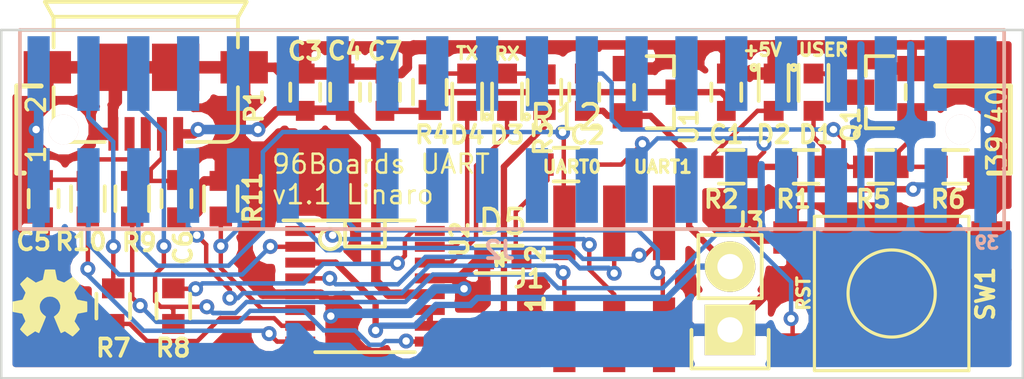
<source format=kicad_pcb>
(kicad_pcb (version 4) (host pcbnew "(2015-08-18 BZR 6103)-product")

  (general
    (links 74)
    (no_connects 0)
    (area 95.177986 97.2847 141.050001 114.050001)
    (thickness 1.6)
    (drawings 20)
    (tracks 400)
    (zones 0)
    (modules 33)
    (nets 58)
  )

  (page A4)
  (title_block
    (title "96 Boards Console Adapter")
    (rev v1.1)
    (company "Linaro, Ltd.")
  )

  (layers
    (0 F.Cu signal)
    (31 B.Cu signal)
    (32 B.Adhes user)
    (33 F.Adhes user)
    (34 B.Paste user)
    (35 F.Paste user)
    (36 B.SilkS user)
    (37 F.SilkS user)
    (38 B.Mask user)
    (39 F.Mask user)
    (40 Dwgs.User user)
    (41 Cmts.User user)
    (42 Eco1.User user)
    (43 Eco2.User user)
    (44 Edge.Cuts user)
  )

  (setup
    (last_trace_width 0.1778)
    (user_trace_width 0.254)
    (user_trace_width 0.381)
    (trace_clearance 0.1778)
    (zone_clearance 0.4)
    (zone_45_only yes)
    (trace_min 0.1778)
    (segment_width 0.2)
    (edge_width 0.1)
    (via_size 0.6)
    (via_drill 0.3)
    (via_min_size 0.6)
    (via_min_drill 0.3)
    (uvia_size 0.508)
    (uvia_drill 0.127)
    (uvias_allowed no)
    (uvia_min_size 0.508)
    (uvia_min_drill 0.127)
    (pcb_text_width 0.3)
    (pcb_text_size 1.5 1.5)
    (mod_edge_width 0.15)
    (mod_text_size 0.5 0.5)
    (mod_text_width 0.125)
    (pad_size 0.89 3)
    (pad_drill 0)
    (pad_to_mask_clearance 0)
    (aux_axis_origin 100 100)
    (visible_elements FFFFFF7F)
    (pcbplotparams
      (layerselection 0x010ef_80000001)
      (usegerberextensions true)
      (excludeedgelayer true)
      (linewidth 0.150000)
      (plotframeref false)
      (viasonmask false)
      (mode 1)
      (useauxorigin false)
      (hpglpennumber 1)
      (hpglpenspeed 20)
      (hpglpendiameter 15)
      (hpglpenoverlay 2)
      (psnegative false)
      (psa4output false)
      (plotreference true)
      (plotvalue true)
      (plotinvisibletext false)
      (padsonsilk false)
      (subtractmaskfromsilk false)
      (outputformat 1)
      (mirror false)
      (drillshape 0)
      (scaleselection 1)
      (outputdirectory ""))
  )

  (net 0 "")
  (net 1 CBUS0)
  (net 2 CBUS1)
  (net 3 CBUS2)
  (net 4 CBUS3)
  (net 5 CTS0)
  (net 6 GND)
  (net 7 RTS0)
  (net 8 RXD)
  (net 9 RXD0)
  (net 10 RXD1)
  (net 11 TXD)
  (net 12 TXD0)
  (net 13 TXD1)
  (net 14 VBUS)
  (net 15 "Net-(C5-Pad1)")
  (net 16 "Net-(C6-Pad1)")
  (net 17 "Net-(D1-Pad1)")
  (net 18 "Net-(D1-Pad2)")
  (net 19 "Net-(J2-Pad6)")
  (net 20 "Net-(J2-Pad4)")
  (net 21 "Net-(Q1-Pad1)")
  (net 22 "Net-(R9-Pad2)")
  (net 23 "Net-(R10-Pad2)")
  (net 24 "Net-(D2-Pad2)")
  (net 25 "Net-(D3-Pad2)")
  (net 26 "Net-(D4-Pad2)")
  (net 27 +3V3_FTDI)
  (net 28 +1V8_FTDI)
  (net 29 GPIOB)
  (net 30 "Net-(D5-Pad2)")
  (net 31 "Net-(J2-Pad33)")
  (net 32 "Net-(J2-Pad34)")
  (net 33 "Net-(J2-Pad36)")
  (net 34 "Net-(J2-Pad35)")
  (net 35 "Net-(J2-Pad38)")
  (net 36 GPIOC)
  (net 37 "Net-(J2-Pad17)")
  (net 38 "Net-(J2-Pad18)")
  (net 39 "Net-(J2-Pad20)")
  (net 40 "Net-(J2-Pad19)")
  (net 41 "Net-(J2-Pad23)")
  (net 42 "Net-(J2-Pad22)")
  (net 43 "Net-(J2-Pad21)")
  (net 44 "Net-(J2-Pad29)")
  (net 45 "Net-(J2-Pad30)")
  (net 46 "Net-(J2-Pad32)")
  (net 47 "Net-(J2-Pad31)")
  (net 48 "Net-(J2-Pad27)")
  (net 49 "Net-(J2-Pad28)")
  (net 50 "Net-(J2-Pad26)")
  (net 51 "Net-(J2-Pad10)")
  (net 52 "Net-(J2-Pad12)")
  (net 53 "Net-(J2-Pad15)")
  (net 54 "Net-(J2-Pad16)")
  (net 55 "Net-(J2-Pad14)")
  (net 56 "Net-(J2-Pad8)")
  (net 57 "Net-(P1-Pad4)")

  (net_class Default "This is the default net class."
    (clearance 0.1778)
    (trace_width 0.1778)
    (via_dia 0.6)
    (via_drill 0.3)
    (uvia_dia 0.508)
    (uvia_drill 0.127)
    (add_net CBUS0)
    (add_net CBUS1)
    (add_net CBUS2)
    (add_net CBUS3)
    (add_net CTS0)
    (add_net GPIOB)
    (add_net GPIOC)
    (add_net "Net-(C5-Pad1)")
    (add_net "Net-(C6-Pad1)")
    (add_net "Net-(D1-Pad1)")
    (add_net "Net-(D1-Pad2)")
    (add_net "Net-(D2-Pad2)")
    (add_net "Net-(D3-Pad2)")
    (add_net "Net-(D4-Pad2)")
    (add_net "Net-(D5-Pad2)")
    (add_net "Net-(J2-Pad10)")
    (add_net "Net-(J2-Pad12)")
    (add_net "Net-(J2-Pad14)")
    (add_net "Net-(J2-Pad15)")
    (add_net "Net-(J2-Pad16)")
    (add_net "Net-(J2-Pad17)")
    (add_net "Net-(J2-Pad18)")
    (add_net "Net-(J2-Pad19)")
    (add_net "Net-(J2-Pad20)")
    (add_net "Net-(J2-Pad21)")
    (add_net "Net-(J2-Pad22)")
    (add_net "Net-(J2-Pad23)")
    (add_net "Net-(J2-Pad26)")
    (add_net "Net-(J2-Pad27)")
    (add_net "Net-(J2-Pad28)")
    (add_net "Net-(J2-Pad29)")
    (add_net "Net-(J2-Pad30)")
    (add_net "Net-(J2-Pad31)")
    (add_net "Net-(J2-Pad32)")
    (add_net "Net-(J2-Pad33)")
    (add_net "Net-(J2-Pad34)")
    (add_net "Net-(J2-Pad35)")
    (add_net "Net-(J2-Pad36)")
    (add_net "Net-(J2-Pad38)")
    (add_net "Net-(J2-Pad4)")
    (add_net "Net-(J2-Pad6)")
    (add_net "Net-(J2-Pad8)")
    (add_net "Net-(P1-Pad4)")
    (add_net "Net-(Q1-Pad1)")
    (add_net "Net-(R10-Pad2)")
    (add_net "Net-(R9-Pad2)")
    (add_net RTS0)
    (add_net RXD)
    (add_net RXD0)
    (add_net RXD1)
    (add_net TXD)
    (add_net TXD0)
    (add_net TXD1)
  )

  (net_class Power ""
    (clearance 0.1778)
    (trace_width 0.254)
    (via_dia 0.6)
    (via_drill 0.3)
    (uvia_dia 0.508)
    (uvia_drill 0.127)
    (add_net +1V8_FTDI)
    (add_net +3V3_FTDI)
  )

  (net_class VBUS ""
    (clearance 0.1778)
    (trace_width 0.381)
    (via_dia 0.6)
    (via_drill 0.3)
    (uvia_dia 0.508)
    (uvia_drill 0.127)
    (add_net GND)
    (add_net VBUS)
  )

  (module kicad-gcl:SSOP-16_3.9x4.9mm_Pitch0.635mm_Seeed (layer F.Cu) (tedit 5590EAE2) (tstamp 5590FCB0)
    (at 114.6 110.3)
    (descr "SSOP16: plastic shrink small outline package; 16 leads; body width 3.9 mm; lead pitch 0.635; (see NXP SSOP-TSSOP-VSO-REFLOW.pdf and sot519-1_po.pdf)")
    (tags "SSOP 0.635")
    (path /5565A864)
    (attr smd)
    (fp_text reference U2 (at 3.8 -1.9 90) (layer F.SilkS)
      (effects (font (size 0.7 0.7) (thickness 0.15)))
    )
    (fp_text value FT230XS-R (at 0 0 90) (layer F.Fab)
      (effects (font (size 0.5 0.5) (thickness 0.125)))
    )
    (fp_line (start -0.8 -2.6) (end -0.8 -1.6) (layer F.SilkS) (width 0.15))
    (fp_line (start -0.8 -1.6) (end 0.8 -1.6) (layer F.SilkS) (width 0.15))
    (fp_line (start 0.8 -1.6) (end 0.8 -2.6) (layer F.SilkS) (width 0.15))
    (fp_circle (center -1.4 -1.9) (end -1.3 -2.3) (layer F.SilkS) (width 0.15))
    (fp_line (start -3.45 -2.75) (end -3.45 2.75) (layer F.CrtYd) (width 0.05))
    (fp_line (start 3.45 -2.75) (end 3.45 2.75) (layer F.CrtYd) (width 0.05))
    (fp_line (start -3.45 -2.75) (end 3.45 -2.75) (layer F.CrtYd) (width 0.05))
    (fp_line (start -3.45 2.75) (end 3.45 2.75) (layer F.CrtYd) (width 0.05))
    (fp_line (start -2 2.6475) (end 2 2.6475) (layer F.SilkS) (width 0.15))
    (fp_line (start -3.275 -2.6475) (end 2 -2.6475) (layer F.SilkS) (width 0.15))
    (pad 1 smd rect (at -2.6 -2.2225) (size 1.2 0.4) (layers F.Cu F.Paste F.Mask)
      (net 8 RXD))
    (pad 2 smd rect (at -2.6 -1.5875) (size 1.2 0.4) (layers F.Cu F.Paste F.Mask)
      (net 5 CTS0))
    (pad 3 smd rect (at -2.6 -0.9525) (size 1.2 0.4) (layers F.Cu F.Paste F.Mask)
      (net 28 +1V8_FTDI))
    (pad 4 smd rect (at -2.6 -0.3175) (size 1.2 0.4) (layers F.Cu F.Paste F.Mask)
      (net 11 TXD))
    (pad 5 smd rect (at -2.6 0.3175) (size 1.2 0.4) (layers F.Cu F.Paste F.Mask)
      (net 6 GND))
    (pad 6 smd rect (at -2.6 0.9525) (size 1.2 0.4) (layers F.Cu F.Paste F.Mask)
      (net 7 RTS0))
    (pad 7 smd rect (at -2.6 1.5875) (size 1.2 0.4) (layers F.Cu F.Paste F.Mask)
      (net 3 CBUS2))
    (pad 8 smd rect (at -2.6 2.2225) (size 1.2 0.4) (layers F.Cu F.Paste F.Mask)
      (net 23 "Net-(R10-Pad2)"))
    (pad 9 smd rect (at 2.6 2.2225) (size 1.2 0.4) (layers F.Cu F.Paste F.Mask)
      (net 22 "Net-(R9-Pad2)"))
    (pad 10 smd rect (at 2.6 1.5875) (size 1.2 0.4) (layers F.Cu F.Paste F.Mask)
      (net 27 +3V3_FTDI))
    (pad 11 smd rect (at 2.6 0.9525) (size 1.2 0.4) (layers F.Cu F.Paste F.Mask)
      (net 27 +3V3_FTDI))
    (pad 12 smd rect (at 2.6 0.3175) (size 1.2 0.4) (layers F.Cu F.Paste F.Mask)
      (net 14 VBUS))
    (pad 13 smd rect (at 2.6 -0.3175) (size 1.2 0.4) (layers F.Cu F.Paste F.Mask)
      (net 6 GND))
    (pad 14 smd rect (at 2.6 -0.9525) (size 1.2 0.4) (layers F.Cu F.Paste F.Mask)
      (net 2 CBUS1))
    (pad 15 smd rect (at 2.6 -1.5875) (size 1.2 0.4) (layers F.Cu F.Paste F.Mask)
      (net 1 CBUS0))
    (pad 16 smd rect (at 2.6 -2.2225) (size 1.2 0.4) (layers F.Cu F.Paste F.Mask)
      (net 4 CBUS3))
    (model Housings_SSOP.3dshapes/SSOP-16_3.9x4.9mm_Pitch0.635mm.wrl
      (at (xyz 0 0 0))
      (scale (xyz 1 1 1))
      (rotate (xyz 0 0 0))
    )
  )

  (module OSHW-logo_silkscreen-front_3mm (layer F.Cu) (tedit 0) (tstamp 55838AC7)
    (at 101.954 110.971)
    (fp_text reference G*** (at 0 1.59004) (layer F.SilkS) hide
      (effects (font (size 0.7 0.7) (thickness 0.15)))
    )
    (fp_text value OSHW-logo_silkscreen-front_3mm (at 0 -1.59004) (layer F.SilkS) hide
      (effects (font (size 0.5 0.5) (thickness 0.125)))
    )
    (fp_poly (pts (xy -0.90932 1.3462) (xy -0.89154 1.33858) (xy -0.85852 1.31572) (xy -0.80772 1.2827)
      (xy -0.7493 1.2446) (xy -0.68834 1.20396) (xy -0.64008 1.17094) (xy -0.60452 1.14808)
      (xy -0.59182 1.14046) (xy -0.5842 1.143) (xy -0.55626 1.15824) (xy -0.51562 1.17856)
      (xy -0.49022 1.19126) (xy -0.45212 1.2065) (xy -0.43434 1.21158) (xy -0.4318 1.2065)
      (xy -0.41656 1.17602) (xy -0.39624 1.12776) (xy -0.3683 1.06172) (xy -0.33528 0.98552)
      (xy -0.29972 0.90424) (xy -0.2667 0.82042) (xy -0.23368 0.74168) (xy -0.2032 0.66802)
      (xy -0.18034 0.6096) (xy -0.1651 0.56896) (xy -0.15748 0.55118) (xy -0.16002 0.54864)
      (xy -0.1778 0.53086) (xy -0.21082 0.50546) (xy -0.28194 0.44704) (xy -0.35306 0.36068)
      (xy -0.39624 0.26162) (xy -0.40894 0.14986) (xy -0.39878 0.04826) (xy -0.35814 -0.04826)
      (xy -0.28956 -0.13716) (xy -0.20574 -0.2032) (xy -0.10922 -0.24384) (xy 0 -0.25654)
      (xy 0.10414 -0.24638) (xy 0.2032 -0.20574) (xy 0.2921 -0.1397) (xy 0.3302 -0.09652)
      (xy 0.381 -0.00508) (xy 0.41148 0.0889) (xy 0.41402 0.11176) (xy 0.40894 0.21844)
      (xy 0.37846 0.32004) (xy 0.32258 0.40894) (xy 0.24638 0.4826) (xy 0.23622 0.49022)
      (xy 0.20066 0.51816) (xy 0.17526 0.53594) (xy 0.15748 0.55118) (xy 0.2921 0.87376)
      (xy 0.31242 0.92456) (xy 0.35052 1.01346) (xy 0.381 1.08966) (xy 0.40894 1.15062)
      (xy 0.42672 1.19126) (xy 0.43434 1.2065) (xy 0.43434 1.2065) (xy 0.44704 1.20904)
      (xy 0.4699 1.20142) (xy 0.51562 1.17856) (xy 0.5461 1.16332) (xy 0.57912 1.14808)
      (xy 0.59436 1.14046) (xy 0.6096 1.14808) (xy 0.64262 1.1684) (xy 0.68834 1.20142)
      (xy 0.74676 1.23952) (xy 0.80264 1.27762) (xy 0.85344 1.31064) (xy 0.889 1.33604)
      (xy 0.90678 1.34366) (xy 0.90932 1.34366) (xy 0.9271 1.33604) (xy 0.95504 1.31064)
      (xy 0.99822 1.27) (xy 1.06172 1.20904) (xy 1.07188 1.19888) (xy 1.12268 1.14808)
      (xy 1.16332 1.10236) (xy 1.19126 1.07188) (xy 1.20142 1.05918) (xy 1.20142 1.05918)
      (xy 1.19126 1.0414) (xy 1.1684 1.0033) (xy 1.13538 0.9525) (xy 1.09474 0.89154)
      (xy 0.98806 0.7366) (xy 1.04648 0.59182) (xy 1.06426 0.5461) (xy 1.08712 0.49022)
      (xy 1.1049 0.45212) (xy 1.11252 0.43434) (xy 1.1303 0.42926) (xy 1.1684 0.4191)
      (xy 1.22682 0.40894) (xy 1.29794 0.39624) (xy 1.36398 0.38354) (xy 1.4224 0.37084)
      (xy 1.46558 0.36322) (xy 1.4859 0.36068) (xy 1.49098 0.3556) (xy 1.49352 0.34798)
      (xy 1.49606 0.32766) (xy 1.4986 0.28956) (xy 1.4986 0.23368) (xy 1.4986 0.14986)
      (xy 1.4986 0.14224) (xy 1.4986 0.0635) (xy 1.49606 0) (xy 1.49352 -0.0381)
      (xy 1.49098 -0.05588) (xy 1.49098 -0.05588) (xy 1.4732 -0.06096) (xy 1.43002 -0.06858)
      (xy 1.3716 -0.08128) (xy 1.30048 -0.09398) (xy 1.2954 -0.09398) (xy 1.22428 -0.10922)
      (xy 1.16586 -0.12192) (xy 1.12268 -0.12954) (xy 1.1049 -0.13716) (xy 1.10236 -0.14224)
      (xy 1.08712 -0.17018) (xy 1.0668 -0.21336) (xy 1.04394 -0.2667) (xy 1.02108 -0.32258)
      (xy 1.00076 -0.37338) (xy 0.98806 -0.40894) (xy 0.98298 -0.42672) (xy 0.98298 -0.42672)
      (xy 0.99314 -0.4445) (xy 1.01854 -0.48006) (xy 1.0541 -0.53086) (xy 1.09474 -0.59182)
      (xy 1.09728 -0.5969) (xy 1.13792 -0.65786) (xy 1.17094 -0.70866) (xy 1.1938 -0.74422)
      (xy 1.20142 -0.75946) (xy 1.20142 -0.762) (xy 1.18872 -0.77978) (xy 1.15824 -0.8128)
      (xy 1.11252 -0.85852) (xy 1.06172 -0.91186) (xy 1.04394 -0.9271) (xy 0.98552 -0.98552)
      (xy 0.94488 -1.02108) (xy 0.91948 -1.0414) (xy 0.90932 -1.04648) (xy 0.90678 -1.04648)
      (xy 0.889 -1.03632) (xy 0.8509 -1.01092) (xy 0.8001 -0.97536) (xy 0.73914 -0.93472)
      (xy 0.7366 -0.93218) (xy 0.67564 -0.89154) (xy 0.62484 -0.85598) (xy 0.58928 -0.83312)
      (xy 0.57404 -0.8255) (xy 0.5715 -0.8255) (xy 0.54864 -0.83058) (xy 0.50546 -0.84582)
      (xy 0.45212 -0.86614) (xy 0.39624 -0.889) (xy 0.34544 -0.90932) (xy 0.30988 -0.9271)
      (xy 0.2921 -0.93726) (xy 0.28956 -0.93726) (xy 0.28448 -0.96012) (xy 0.27432 -1.00584)
      (xy 0.26162 -1.0668) (xy 0.24638 -1.14046) (xy 0.24384 -1.15062) (xy 0.23114 -1.22428)
      (xy 0.22098 -1.2827) (xy 0.21082 -1.32334) (xy 0.20828 -1.34112) (xy 0.19812 -1.34112)
      (xy 0.16256 -1.34366) (xy 0.10922 -1.3462) (xy 0.04318 -1.3462) (xy -0.02286 -1.3462)
      (xy -0.0889 -1.3462) (xy -0.14478 -1.34366) (xy -0.18542 -1.34112) (xy -0.2032 -1.33604)
      (xy -0.2032 -1.33604) (xy -0.20828 -1.31318) (xy -0.21844 -1.27) (xy -0.23114 -1.2065)
      (xy -0.24638 -1.13284) (xy -0.24892 -1.12014) (xy -0.26162 -1.04902) (xy -0.27432 -0.9906)
      (xy -0.28194 -0.94996) (xy -0.28702 -0.93472) (xy -0.2921 -0.93218) (xy -0.32258 -0.91694)
      (xy -0.37084 -0.89916) (xy -0.42926 -0.87376) (xy -0.56642 -0.81788) (xy -0.73406 -0.93472)
      (xy -0.7493 -0.94488) (xy -0.81026 -0.98552) (xy -0.86106 -1.01854) (xy -0.89662 -1.0414)
      (xy -0.90932 -1.04902) (xy -0.91186 -1.04902) (xy -0.9271 -1.03378) (xy -0.96012 -1.0033)
      (xy -1.00584 -0.95758) (xy -1.05918 -0.90678) (xy -1.09982 -0.86614) (xy -1.14554 -0.82042)
      (xy -1.17348 -0.7874) (xy -1.19126 -0.76708) (xy -1.19634 -0.75438) (xy -1.1938 -0.74676)
      (xy -1.18364 -0.72898) (xy -1.15824 -0.69342) (xy -1.12522 -0.64008) (xy -1.08458 -0.58166)
      (xy -1.04902 -0.53086) (xy -1.01346 -0.47498) (xy -0.9906 -0.43434) (xy -0.98044 -0.41656)
      (xy -0.98298 -0.4064) (xy -0.99568 -0.37338) (xy -1.016 -0.32512) (xy -1.0414 -0.26416)
      (xy -1.09982 -0.13208) (xy -1.18618 -0.1143) (xy -1.23952 -0.10414) (xy -1.31318 -0.09144)
      (xy -1.3843 -0.0762) (xy -1.49606 -0.05588) (xy -1.4986 0.34798) (xy -1.48082 0.3556)
      (xy -1.46558 0.36068) (xy -1.42494 0.37084) (xy -1.36652 0.381) (xy -1.29794 0.3937)
      (xy -1.23698 0.4064) (xy -1.17856 0.41656) (xy -1.13538 0.42418) (xy -1.1176 0.42926)
      (xy -1.11252 0.43434) (xy -1.09728 0.46482) (xy -1.07696 0.51054) (xy -1.0541 0.56388)
      (xy -1.0287 0.6223) (xy -1.00838 0.6731) (xy -0.99314 0.71374) (xy -0.98806 0.73406)
      (xy -0.99568 0.7493) (xy -1.01854 0.78486) (xy -1.05156 0.83566) (xy -1.0922 0.89408)
      (xy -1.13284 0.9525) (xy -1.16586 1.0033) (xy -1.19126 1.03886) (xy -1.19888 1.05664)
      (xy -1.1938 1.0668) (xy -1.17094 1.09474) (xy -1.12776 1.14046) (xy -1.06172 1.2065)
      (xy -1.04902 1.21666) (xy -0.99822 1.26746) (xy -0.9525 1.3081) (xy -0.92202 1.33604)
      (xy -0.90932 1.3462)) (layer F.SilkS) (width 0.00254))
  )

  (module Capacitors_SMD:C_0603 (layer F.Cu) (tedit 558C0414) (tstamp 558BD826)
    (at 129.1 102.5 90)
    (descr "Capacitor SMD 0603, reflow soldering, AVX (see smccp.pdf)")
    (tags "capacitor 0603")
    (path /556231A4)
    (attr smd)
    (fp_text reference C1 (at -1.7 0 180) (layer F.SilkS)
      (effects (font (size 0.7 0.7) (thickness 0.15)))
    )
    (fp_text value 1uF (at 0 0 90) (layer F.Fab)
      (effects (font (size 0.5 0.5) (thickness 0.125)))
    )
    (fp_line (start -1.45 -0.75) (end 1.45 -0.75) (layer F.CrtYd) (width 0.05))
    (fp_line (start -1.45 0.75) (end 1.45 0.75) (layer F.CrtYd) (width 0.05))
    (fp_line (start -1.45 -0.75) (end -1.45 0.75) (layer F.CrtYd) (width 0.05))
    (fp_line (start 1.45 -0.75) (end 1.45 0.75) (layer F.CrtYd) (width 0.05))
    (fp_line (start -0.35 -0.6) (end 0.35 -0.6) (layer F.SilkS) (width 0.15))
    (fp_line (start 0.35 0.6) (end -0.35 0.6) (layer F.SilkS) (width 0.15))
    (pad 1 smd rect (at -0.75 0 90) (size 0.8 0.75) (layers F.Cu F.Paste F.Mask)
      (net 27 +3V3_FTDI))
    (pad 2 smd rect (at 0.75 0 90) (size 0.8 0.75) (layers F.Cu F.Paste F.Mask)
      (net 6 GND))
    (model Capacitors_SMD.3dshapes/C_0603.wrl
      (at (xyz 0 0 0))
      (scale (xyz 1 1 1))
      (rotate (xyz 0 0 0))
    )
  )

  (module Capacitors_SMD:C_0603 (layer F.Cu) (tedit 55914D44) (tstamp 558BD831)
    (at 123.4 102.5 90)
    (descr "Capacitor SMD 0603, reflow soldering, AVX (see smccp.pdf)")
    (tags "capacitor 0603")
    (path /556232C3)
    (attr smd)
    (fp_text reference C2 (at -1.72 0.13 180) (layer F.SilkS)
      (effects (font (size 0.7 0.7) (thickness 0.15)))
    )
    (fp_text value 1uF (at 0 0 90) (layer F.Fab)
      (effects (font (size 0.5 0.5) (thickness 0.125)))
    )
    (fp_line (start -1.45 -0.75) (end 1.45 -0.75) (layer F.CrtYd) (width 0.05))
    (fp_line (start -1.45 0.75) (end 1.45 0.75) (layer F.CrtYd) (width 0.05))
    (fp_line (start -1.45 -0.75) (end -1.45 0.75) (layer F.CrtYd) (width 0.05))
    (fp_line (start 1.45 -0.75) (end 1.45 0.75) (layer F.CrtYd) (width 0.05))
    (fp_line (start -0.35 -0.6) (end 0.35 -0.6) (layer F.SilkS) (width 0.15))
    (fp_line (start 0.35 0.6) (end -0.35 0.6) (layer F.SilkS) (width 0.15))
    (pad 1 smd rect (at -0.75 0 90) (size 0.8 0.75) (layers F.Cu F.Paste F.Mask)
      (net 28 +1V8_FTDI))
    (pad 2 smd rect (at 0.75 0 90) (size 0.8 0.75) (layers F.Cu F.Paste F.Mask)
      (net 6 GND))
    (model Capacitors_SMD.3dshapes/C_0603.wrl
      (at (xyz 0 0 0))
      (scale (xyz 1 1 1))
      (rotate (xyz 0 0 0))
    )
  )

  (module Capacitors_SMD:C_0603 (layer F.Cu) (tedit 55915316) (tstamp 558BD83C)
    (at 112.2 102.5 90)
    (descr "Capacitor SMD 0603, reflow soldering, AVX (see smccp.pdf)")
    (tags "capacitor 0603")
    (path /5565C7D8)
    (attr smd)
    (fp_text reference C3 (at 1.65 0 360) (layer F.SilkS)
      (effects (font (size 0.7 0.7) (thickness 0.15)))
    )
    (fp_text value 1uF (at -0.05 0 90) (layer F.Fab)
      (effects (font (size 0.5 0.5) (thickness 0.125)))
    )
    (fp_line (start -1.45 -0.75) (end 1.45 -0.75) (layer F.CrtYd) (width 0.05))
    (fp_line (start -1.45 0.75) (end 1.45 0.75) (layer F.CrtYd) (width 0.05))
    (fp_line (start -1.45 -0.75) (end -1.45 0.75) (layer F.CrtYd) (width 0.05))
    (fp_line (start 1.45 -0.75) (end 1.45 0.75) (layer F.CrtYd) (width 0.05))
    (fp_line (start -0.35 -0.6) (end 0.35 -0.6) (layer F.SilkS) (width 0.15))
    (fp_line (start 0.35 0.6) (end -0.35 0.6) (layer F.SilkS) (width 0.15))
    (pad 1 smd rect (at -0.75 0 90) (size 0.8 0.75) (layers F.Cu F.Paste F.Mask)
      (net 14 VBUS))
    (pad 2 smd rect (at 0.75 0 90) (size 0.8 0.75) (layers F.Cu F.Paste F.Mask)
      (net 6 GND))
    (model Capacitors_SMD.3dshapes/C_0603.wrl
      (at (xyz 0 0 0))
      (scale (xyz 1 1 1))
      (rotate (xyz 0 0 0))
    )
  )

  (module Capacitors_SMD:C_0603 (layer F.Cu) (tedit 55915319) (tstamp 558BD847)
    (at 113.8 102.5 90)
    (descr "Capacitor SMD 0603, reflow soldering, AVX (see smccp.pdf)")
    (tags "capacitor 0603")
    (path /5565C7D2)
    (attr smd)
    (fp_text reference C4 (at 1.66 0 180) (layer F.SilkS)
      (effects (font (size 0.7 0.7) (thickness 0.15)))
    )
    (fp_text value 100nF (at 0 0 90) (layer F.Fab)
      (effects (font (size 0.5 0.5) (thickness 0.125)))
    )
    (fp_line (start -1.45 -0.75) (end 1.45 -0.75) (layer F.CrtYd) (width 0.05))
    (fp_line (start -1.45 0.75) (end 1.45 0.75) (layer F.CrtYd) (width 0.05))
    (fp_line (start -1.45 -0.75) (end -1.45 0.75) (layer F.CrtYd) (width 0.05))
    (fp_line (start 1.45 -0.75) (end 1.45 0.75) (layer F.CrtYd) (width 0.05))
    (fp_line (start -0.35 -0.6) (end 0.35 -0.6) (layer F.SilkS) (width 0.15))
    (fp_line (start 0.35 0.6) (end -0.35 0.6) (layer F.SilkS) (width 0.15))
    (pad 1 smd rect (at -0.75 0 90) (size 0.8 0.75) (layers F.Cu F.Paste F.Mask)
      (net 14 VBUS))
    (pad 2 smd rect (at 0.75 0 90) (size 0.8 0.75) (layers F.Cu F.Paste F.Mask)
      (net 6 GND))
    (model Capacitors_SMD.3dshapes/C_0603.wrl
      (at (xyz 0 0 0))
      (scale (xyz 1 1 1))
      (rotate (xyz 0 0 0))
    )
  )

  (module Capacitors_SMD:C_0603 (layer F.Cu) (tedit 55AEF624) (tstamp 558BD852)
    (at 101.7 106.78 270)
    (descr "Capacitor SMD 0603, reflow soldering, AVX (see smccp.pdf)")
    (tags "capacitor 0603")
    (path /5565BEFD)
    (attr smd)
    (fp_text reference C5 (at 1.72 0.4 540) (layer F.SilkS)
      (effects (font (size 0.7 0.7) (thickness 0.15)))
    )
    (fp_text value 39pF (at 0.02 0 450) (layer F.Fab)
      (effects (font (size 0.5 0.5) (thickness 0.125)))
    )
    (fp_line (start -1.45 -0.75) (end 1.45 -0.75) (layer F.CrtYd) (width 0.05))
    (fp_line (start -1.45 0.75) (end 1.45 0.75) (layer F.CrtYd) (width 0.05))
    (fp_line (start -1.45 -0.75) (end -1.45 0.75) (layer F.CrtYd) (width 0.05))
    (fp_line (start 1.45 -0.75) (end 1.45 0.75) (layer F.CrtYd) (width 0.05))
    (fp_line (start -0.35 -0.6) (end 0.35 -0.6) (layer F.SilkS) (width 0.15))
    (fp_line (start 0.35 0.6) (end -0.35 0.6) (layer F.SilkS) (width 0.15))
    (pad 1 smd rect (at -0.75 0 270) (size 0.8 0.75) (layers F.Cu F.Paste F.Mask)
      (net 15 "Net-(C5-Pad1)"))
    (pad 2 smd rect (at 0.75 0 270) (size 0.8 0.75) (layers F.Cu F.Paste F.Mask)
      (net 6 GND))
    (model Capacitors_SMD.3dshapes/C_0603.wrl
      (at (xyz 0 0 0))
      (scale (xyz 1 1 1))
      (rotate (xyz 0 0 0))
    )
  )

  (module Capacitors_SMD:C_0603 (layer F.Cu) (tedit 55914CE6) (tstamp 558BD85D)
    (at 107.034 106.78 270)
    (descr "Capacitor SMD 0603, reflow soldering, AVX (see smccp.pdf)")
    (tags "capacitor 0603")
    (path /5565BF0F)
    (attr smd)
    (fp_text reference C6 (at 1.96 -0.266 450) (layer F.SilkS)
      (effects (font (size 0.7 0.7) (thickness 0.15)))
    )
    (fp_text value 39pF (at 0.02 -0.016 270) (layer F.Fab)
      (effects (font (size 0.5 0.5) (thickness 0.125)))
    )
    (fp_line (start -1.45 -0.75) (end 1.45 -0.75) (layer F.CrtYd) (width 0.05))
    (fp_line (start -1.45 0.75) (end 1.45 0.75) (layer F.CrtYd) (width 0.05))
    (fp_line (start -1.45 -0.75) (end -1.45 0.75) (layer F.CrtYd) (width 0.05))
    (fp_line (start 1.45 -0.75) (end 1.45 0.75) (layer F.CrtYd) (width 0.05))
    (fp_line (start -0.35 -0.6) (end 0.35 -0.6) (layer F.SilkS) (width 0.15))
    (fp_line (start 0.35 0.6) (end -0.35 0.6) (layer F.SilkS) (width 0.15))
    (pad 1 smd rect (at -0.75 0 270) (size 0.8 0.75) (layers F.Cu F.Paste F.Mask)
      (net 16 "Net-(C6-Pad1)"))
    (pad 2 smd rect (at 0.75 0 270) (size 0.8 0.75) (layers F.Cu F.Paste F.Mask)
      (net 6 GND))
    (model Capacitors_SMD.3dshapes/C_0603.wrl
      (at (xyz 0 0 0))
      (scale (xyz 1 1 1))
      (rotate (xyz 0 0 0))
    )
  )

  (module Capacitors_SMD:C_0603 (layer F.Cu) (tedit 55915328) (tstamp 558BD868)
    (at 115.4 102.5 90)
    (descr "Capacitor SMD 0603, reflow soldering, AVX (see smccp.pdf)")
    (tags "capacitor 0603")
    (path /55674229)
    (attr smd)
    (fp_text reference C7 (at 1.65 0 180) (layer F.SilkS)
      (effects (font (size 0.7 0.7) (thickness 0.15)))
    )
    (fp_text value 100nF (at 0 0 90) (layer F.Fab)
      (effects (font (size 0.5 0.5) (thickness 0.125)))
    )
    (fp_line (start -1.45 -0.75) (end 1.45 -0.75) (layer F.CrtYd) (width 0.05))
    (fp_line (start -1.45 0.75) (end 1.45 0.75) (layer F.CrtYd) (width 0.05))
    (fp_line (start -1.45 -0.75) (end -1.45 0.75) (layer F.CrtYd) (width 0.05))
    (fp_line (start 1.45 -0.75) (end 1.45 0.75) (layer F.CrtYd) (width 0.05))
    (fp_line (start -0.35 -0.6) (end 0.35 -0.6) (layer F.SilkS) (width 0.15))
    (fp_line (start 0.35 0.6) (end -0.35 0.6) (layer F.SilkS) (width 0.15))
    (pad 1 smd rect (at -0.75 0 90) (size 0.8 0.75) (layers F.Cu F.Paste F.Mask)
      (net 27 +3V3_FTDI))
    (pad 2 smd rect (at 0.75 0 90) (size 0.8 0.75) (layers F.Cu F.Paste F.Mask)
      (net 6 GND))
    (model Capacitors_SMD.3dshapes/C_0603.wrl
      (at (xyz 0 0 0))
      (scale (xyz 1 1 1))
      (rotate (xyz 0 0 0))
    )
  )

  (module kicad-gcl:Socket_Strip_SMD_2x20_Pitch2mm (layer B.Cu) (tedit 558C1773) (tstamp 558BD8EF)
    (at 101.5 105 270)
    (path /54F0AFFF)
    (attr smd)
    (fp_text reference J2 (at 3.85 -18.5 540) (layer B.SilkS)
      (effects (font (size 0.7 0.7) (thickness 0.15)) (justify mirror))
    )
    (fp_text value CONN_20X2 (at -1 2 270) (layer B.Fab)
      (effects (font (size 0.5 0.5) (thickness 0.125)) (justify mirror))
    )
    (fp_line (start 3 0.75) (end 3 -38.75) (layer B.SilkS) (width 0.15))
    (fp_line (start 3 -38.75) (end -5 -38.75) (layer B.SilkS) (width 0.15))
    (fp_line (start -5 -38.75) (end -5 0.75) (layer B.SilkS) (width 0.15))
    (fp_line (start -5 0.75) (end 3 0.75) (layer B.SilkS) (width 0.15))
    (pad "" np_thru_hole circle (at -1 -37) (size 1.2 1.2) (drill 1.2) (layers *.Cu *.Mask B.SilkS))
    (pad 33 smd rect (at 1.25 -32) (size 0.89 3) (layers B.Cu B.Paste B.Mask)
      (net 31 "Net-(J2-Pad33)"))
    (pad 34 smd rect (at -3.25 -32) (size 0.89 3) (layers B.Cu B.Paste B.Mask)
      (net 32 "Net-(J2-Pad34)"))
    (pad 36 smd rect (at -3.25 -34) (size 0.89 3) (layers B.Cu B.Paste B.Mask)
      (net 33 "Net-(J2-Pad36)"))
    (pad 35 smd rect (at 1.25 -34) (size 0.89 3) (layers B.Cu B.Paste B.Mask)
      (net 34 "Net-(J2-Pad35)"))
    (pad 39 smd rect (at 1.25 -38) (size 0.89 3) (layers B.Cu B.Paste B.Mask)
      (net 6 GND))
    (pad 40 smd rect (at -3.25 -38) (size 0.89 3) (layers B.Cu B.Paste B.Mask)
      (net 6 GND))
    (pad 38 smd rect (at -3.25 -36) (size 0.89 3) (layers B.Cu B.Paste B.Mask)
      (net 35 "Net-(J2-Pad38)"))
    (pad 37 smd rect (at 1.25 -36) (size 0.89 3) (layers B.Cu B.Paste B.Mask)
      (net 36 GPIOC))
    (pad 17 smd rect (at 1.25 -16) (size 0.89 3) (layers B.Cu B.Paste B.Mask)
      (net 37 "Net-(J2-Pad17)"))
    (pad 18 smd rect (at -3.25 -16) (size 0.89 3) (layers B.Cu B.Paste B.Mask)
      (net 38 "Net-(J2-Pad18)"))
    (pad 20 smd rect (at -3.25 -18) (size 0.89 3) (layers B.Cu B.Paste B.Mask)
      (net 39 "Net-(J2-Pad20)"))
    (pad 19 smd rect (at 1.25 -18) (size 0.89 3) (layers B.Cu B.Paste B.Mask)
      (net 40 "Net-(J2-Pad19)"))
    (pad 23 smd rect (at 1.25 -22) (size 0.89 3) (layers B.Cu B.Paste B.Mask)
      (net 41 "Net-(J2-Pad23)"))
    (pad 24 smd rect (at -3.25 -22) (size 0.89 3) (layers B.Cu B.Paste B.Mask)
      (net 29 GPIOB))
    (pad 22 smd rect (at -3.25 -20) (size 0.89 3) (layers B.Cu B.Paste B.Mask)
      (net 42 "Net-(J2-Pad22)"))
    (pad 21 smd rect (at 1.25 -20) (size 0.89 3) (layers B.Cu B.Paste B.Mask)
      (net 43 "Net-(J2-Pad21)"))
    (pad 29 smd rect (at 1.25 -28) (size 0.89 3) (layers B.Cu B.Paste B.Mask)
      (net 44 "Net-(J2-Pad29)"))
    (pad 30 smd rect (at -3.25 -28) (size 0.89 3) (layers B.Cu B.Paste B.Mask)
      (net 45 "Net-(J2-Pad30)"))
    (pad 32 smd rect (at -3.25 -30) (size 0.89 3) (layers B.Cu B.Paste B.Mask)
      (net 46 "Net-(J2-Pad32)"))
    (pad 31 smd rect (at 1.25 -30) (size 0.89 3) (layers B.Cu B.Paste B.Mask)
      (net 47 "Net-(J2-Pad31)"))
    (pad 27 smd rect (at 1.25 -26) (size 0.89 3) (layers B.Cu B.Paste B.Mask)
      (net 48 "Net-(J2-Pad27)"))
    (pad 28 smd rect (at -3.25 -26) (size 0.89 3) (layers B.Cu B.Paste B.Mask)
      (net 49 "Net-(J2-Pad28)"))
    (pad 26 smd rect (at -3.25 -24) (size 0.89 3) (layers B.Cu B.Paste B.Mask)
      (net 50 "Net-(J2-Pad26)"))
    (pad 25 smd rect (at 1.25 -24) (size 0.89 3) (layers B.Cu B.Paste B.Mask)
      (net 36 GPIOC))
    (pad 9 smd rect (at 1.25 -8) (size 0.89 3) (layers B.Cu B.Paste B.Mask)
      (net 7 RTS0))
    (pad 10 smd rect (at -3.25 -8) (size 0.89 3) (layers B.Cu B.Paste B.Mask)
      (net 51 "Net-(J2-Pad10)"))
    (pad 12 smd rect (at -3.25 -10) (size 0.89 3) (layers B.Cu B.Paste B.Mask)
      (net 52 "Net-(J2-Pad12)"))
    (pad 11 smd rect (at 1.25 -10) (size 0.89 3) (layers B.Cu B.Paste B.Mask)
      (net 13 TXD1))
    (pad 15 smd rect (at 1.25 -14) (size 0.89 3) (layers B.Cu B.Paste B.Mask)
      (net 53 "Net-(J2-Pad15)"))
    (pad 16 smd rect (at -3.25 -14) (size 0.89 3) (layers B.Cu B.Paste B.Mask)
      (net 54 "Net-(J2-Pad16)"))
    (pad 14 smd rect (at -3.25 -12) (size 0.89 3) (layers B.Cu B.Paste B.Mask)
      (net 55 "Net-(J2-Pad14)"))
    (pad 13 smd rect (at 1.25 -12) (size 0.89 3) (layers B.Cu B.Paste B.Mask)
      (net 10 RXD1))
    (pad 5 smd rect (at 1.25 -4) (size 0.89 3) (layers B.Cu B.Paste B.Mask)
      (net 12 TXD0))
    (pad 6 smd rect (at -3.25 -4) (size 0.89 3) (layers B.Cu B.Paste B.Mask)
      (net 19 "Net-(J2-Pad6)"))
    (pad 8 smd rect (at -3.25 -6) (size 0.89 3) (layers B.Cu B.Paste B.Mask)
      (net 56 "Net-(J2-Pad8)"))
    (pad 7 smd rect (at 1.25 -6) (size 0.89 3) (layers B.Cu B.Paste B.Mask)
      (net 9 RXD0))
    (pad 3 smd rect (at 1.25 -2) (size 0.89 3) (layers B.Cu B.Paste B.Mask)
      (net 5 CTS0))
    (pad 4 smd rect (at -3.25 -2) (size 0.89 3) (layers B.Cu B.Paste B.Mask)
      (net 20 "Net-(J2-Pad4)"))
    (pad 2 smd rect (at -3.25 0) (size 0.89 3) (layers B.Cu B.Paste B.Mask)
      (net 6 GND))
    (pad 1 smd rect (at 1.25 0) (size 0.89 3) (layers B.Cu B.Paste B.Mask)
      (net 6 GND))
    (pad "" np_thru_hole circle (at -1 -1) (size 1.2 1.2) (drill 1.2) (layers *.Cu *.Mask B.SilkS))
  )

  (module kicad-gcl:USB_MICRO_B_ST-USB-001E (layer F.Cu) (tedit 55BFAC4D) (tstamp 558BD920)
    (at 105.8 100 180)
    (descr "USB Micro-B 5-pin SMD connector")
    (tags "USB, Micro-B, connector")
    (path /5565AB07)
    (attr smd)
    (fp_text reference P1 (at -4.35 -3.05 270) (layer F.SilkS)
      (effects (font (size 0.7 0.7) (thickness 0.15)))
    )
    (fp_text value ~ (at 0 2 180) (layer F.SilkS) hide
      (effects (font (size 0.5 0.5) (thickness 0.125)))
    )
    (fp_line (start 3.7 -0.7) (end 3.7 0.5) (layer F.SilkS) (width 0.15))
    (fp_line (start 3.7 -4) (end 3.7 -2.3) (layer F.SilkS) (width 0.15))
    (fp_line (start -3.7 -0.7) (end -3.7 0.5) (layer F.SilkS) (width 0.15))
    (fp_line (start -3.7 -2.3) (end -3.7 -4) (layer F.SilkS) (width 0.15))
    (fp_line (start 3.2 -4.5) (end 1.65 -4.5) (layer F.SilkS) (width 0.15))
    (fp_line (start -3.2 -4.5) (end -1.65 -4.5) (layer F.SilkS) (width 0.15))
    (fp_arc (start -3.2 -4) (end -3.7 -4) (angle 90) (layer F.SilkS) (width 0.15))
    (fp_arc (start 3.2 -4) (end 3.2 -4.5) (angle 90) (layer F.SilkS) (width 0.15))
    (fp_line (start -3.7 0) (end 3.7 0) (layer F.SilkS) (width 0.15))
    (fp_line (start -3.683 0.532) (end 3.683 0.532) (layer F.SilkS) (width 0.15))
    (fp_line (start 3.7 0.5) (end 4.05 1.13) (layer F.SilkS) (width 0.15))
    (fp_line (start 4.05 1.13) (end -4.05 1.13) (layer F.SilkS) (width 0.15))
    (fp_line (start -4.05 1.13) (end -3.7 0.5) (layer F.SilkS) (width 0.15))
    (pad 4 smd rect (at 0.65 -4.175 180) (size 0.4 1.35) (layers F.Cu F.Paste F.Mask)
      (net 57 "Net-(P1-Pad4)"))
    (pad 2 smd rect (at -0.65 -4.175 180) (size 0.4 1.35) (layers F.Cu F.Paste F.Mask)
      (net 16 "Net-(C6-Pad1)"))
    (pad 3 smd rect (at 0 -4.175 180) (size 0.4 1.35) (layers F.Cu F.Paste F.Mask)
      (net 15 "Net-(C5-Pad1)"))
    (pad 1 smd rect (at -1.3 -4.175 180) (size 0.4 1.35) (layers F.Cu F.Paste F.Mask)
      (net 14 VBUS))
    (pad 5 smd rect (at 1.3 -4.175 180) (size 0.4 1.35) (layers F.Cu F.Paste F.Mask)
      (net 6 GND))
    (pad 6 smd rect (at 3.95 -1.5 180) (size 1.9 1.3) (layers F.Cu F.Paste F.Mask)
      (net 6 GND))
    (pad 7 smd rect (at 1.2 -1.5 180) (size 1.9 1.9) (layers F.Cu F.Paste F.Mask)
      (net 6 GND))
    (pad 8 smd rect (at -1.2 -1.5 180) (size 1.9 1.9) (layers F.Cu F.Paste F.Mask)
      (net 6 GND))
    (pad 9 smd rect (at -3.95 -1.5 180) (size 1.9 1.3) (layers F.Cu F.Paste F.Mask)
      (net 6 GND))
  )

  (module kicad-gcl:SW_PUSH_DTSM_62K (layer F.Cu) (tedit 55914D80) (tstamp 558BD9BD)
    (at 135.736 110.59 180)
    (path /54EBBD47)
    (attr smd)
    (fp_text reference SW1 (at -3.764 -0.01 270) (layer F.SilkS)
      (effects (font (size 0.7 0.7) (thickness 0.15)))
    )
    (fp_text value RST (at 3.536 0 270) (layer F.SilkS)
      (effects (font (size 0.5 0.5) (thickness 0.125)))
    )
    (fp_circle (center 0 0) (end 0 -1.75) (layer F.SilkS) (width 0.127))
    (fp_line (start -3.1 -3.1) (end 3.1 -3.1) (layer F.SilkS) (width 0.127))
    (fp_line (start 3.1 -3.1) (end 3.1 3.1) (layer F.SilkS) (width 0.127))
    (fp_line (start 3.1 3.1) (end -3.1 3.1) (layer F.SilkS) (width 0.127))
    (fp_line (start -3.1 -3.1) (end -3.1 3.1) (layer F.SilkS) (width 0.127))
    (pad 1 smd rect (at 3.975 -2.25 180) (size 1.55 1.3) (layers F.Cu F.Paste F.Mask)
      (net 19 "Net-(J2-Pad6)"))
    (pad 2 smd rect (at 3.975 2.25 180) (size 1.55 1.3) (layers F.Cu F.Paste F.Mask)
      (net 6 GND))
    (pad 1 smd rect (at -3.975 -2.25 180) (size 1.55 1.3) (layers F.Cu F.Paste F.Mask)
      (net 19 "Net-(J2-Pad6)"))
    (pad 2 smd rect (at -3.975 2.25 180) (size 1.55 1.3) (layers F.Cu F.Paste F.Mask)
      (net 6 GND))
    (model Buttons_Switches_ThroughHole.3dshapes/SW_PUSH-12mm.wrl
      (at (xyz 0 0 0))
      (scale (xyz 2 2 2))
      (rotate (xyz 0 0 0))
    )
  )

  (module kicad-gcl:Pin_Header_SMD_2x03_Pitch2mm (layer F.Cu) (tedit 55BC0779) (tstamp 558C0E36)
    (at 122.6 111 90)
    (path /5581A9C4)
    (attr smd)
    (fp_text reference J1 (at 1 -1.425 360) (layer F.SilkS)
      (effects (font (size 0.7 0.7) (thickness 0.15)))
    )
    (fp_text value CONN_02X03 (at 1.05 2.1 90) (layer F.Fab) hide
      (effects (font (size 0.5 0.5) (thickness 0.125)))
    )
    (pad 5 smd rect (at -1.25 4) (size 0.89 3) (layers F.Cu F.Paste F.Mask)
      (net 10 RXD1))
    (pad 6 smd rect (at 3.25 4) (size 0.89 3) (layers F.Cu F.Paste F.Mask)
      (net 13 TXD1))
    (pad 3 smd rect (at -1.25 2) (size 0.89 3) (layers F.Cu F.Paste F.Mask)
      (net 8 RXD))
    (pad 4 smd rect (at 3.25 2) (size 0.89 3) (layers F.Cu F.Paste F.Mask)
      (net 11 TXD))
    (pad 2 smd rect (at 3.25 0) (size 0.89 3) (layers F.Cu F.Paste F.Mask)
      (net 12 TXD0))
    (pad 1 smd rect (at -1.25 0) (size 0.89 3) (layers F.Cu F.Paste F.Mask)
      (net 9 RXD0))
  )

  (module Pin_Headers:Pin_Header_Straight_1x02 (layer F.Cu) (tedit 55AEECBD) (tstamp 558C0E44)
    (at 129.25 112.05 180)
    (descr "Through hole pin header")
    (tags "pin header")
    (path /558C0FA1)
    (fp_text reference J3 (at -0.75 4.35 180) (layer F.SilkS)
      (effects (font (size 0.7 0.7) (thickness 0.15)))
    )
    (fp_text value CONN_01X02 (at 0 1.25 270) (layer F.Fab) hide
      (effects (font (size 0.5 0.5) (thickness 0.125)))
    )
    (fp_line (start 1.27 1.27) (end 1.27 3.81) (layer F.SilkS) (width 0.15))
    (fp_line (start 1.55 -1.55) (end 1.55 0) (layer F.SilkS) (width 0.15))
    (fp_line (start -1.75 -1.75) (end -1.75 4.3) (layer F.CrtYd) (width 0.05))
    (fp_line (start 1.75 -1.75) (end 1.75 4.3) (layer F.CrtYd) (width 0.05))
    (fp_line (start -1.75 -1.75) (end 1.75 -1.75) (layer F.CrtYd) (width 0.05))
    (fp_line (start -1.75 4.3) (end 1.75 4.3) (layer F.CrtYd) (width 0.05))
    (fp_line (start 1.27 1.27) (end -1.27 1.27) (layer F.SilkS) (width 0.15))
    (fp_line (start -1.55 0) (end -1.55 -1.55) (layer F.SilkS) (width 0.15))
    (fp_line (start -1.55 -1.55) (end 1.55 -1.55) (layer F.SilkS) (width 0.15))
    (fp_line (start -1.27 1.27) (end -1.27 3.81) (layer F.SilkS) (width 0.15))
    (fp_line (start -1.27 3.81) (end 1.27 3.81) (layer F.SilkS) (width 0.15))
    (pad 1 thru_hole rect (at 0 0 180) (size 2.032 2.032) (drill 1.016) (layers *.Cu *.Mask F.SilkS)
      (net 6 GND))
    (pad 2 thru_hole oval (at 0 2.54 180) (size 2.032 2.032) (drill 1.016) (layers *.Cu *.Mask F.SilkS)
      (net 28 +1V8_FTDI))
    (model Pin_Headers.3dshapes/Pin_Header_Straight_1x02.wrl
      (at (xyz 0 -0.05 0))
      (scale (xyz 1 1 1))
      (rotate (xyz 0 0 90))
    )
  )

  (module kicad-gcl:R_0603_Seeed (layer F.Cu) (tedit 55AEF510) (tstamp 5590FD40)
    (at 132.3 105.5)
    (descr "Resistor SMD 0603, reflow soldering, Vishay (see dcrcw.pdf)")
    (tags "resistor 0603")
    (path /556793FC)
    (attr smd)
    (fp_text reference R1 (at -0.5 1.3) (layer F.SilkS)
      (effects (font (size 0.7 0.7) (thickness 0.15)))
    )
    (fp_text value 390R (at 0 0) (layer F.Fab)
      (effects (font (size 0.5 0.5) (thickness 0.125)))
    )
    (fp_line (start -1.3 -0.8) (end 1.3 -0.8) (layer F.CrtYd) (width 0.05))
    (fp_line (start -1.3 0.8) (end 1.3 0.8) (layer F.CrtYd) (width 0.05))
    (fp_line (start -1.3 -0.8) (end -1.3 0.8) (layer F.CrtYd) (width 0.05))
    (fp_line (start 1.3 -0.8) (end 1.3 0.8) (layer F.CrtYd) (width 0.05))
    (fp_line (start 0.5 0.675) (end -0.5 0.675) (layer F.SilkS) (width 0.15))
    (fp_line (start -0.5 -0.675) (end 0.5 -0.675) (layer F.SilkS) (width 0.15))
    (pad 1 smd rect (at -0.715 0) (size 0.8 0.9) (layers F.Cu F.Paste F.Mask)
      (net 36 GPIOC))
    (pad 2 smd rect (at 0.715 0) (size 0.8 0.9) (layers F.Cu F.Paste F.Mask)
      (net 18 "Net-(D1-Pad2)"))
    (model Resistors_SMD.3dshapes/R_0603.wrl
      (at (xyz 0 0 0))
      (scale (xyz 1 1 1))
      (rotate (xyz 0 0 0))
    )
  )

  (module kicad-gcl:R_0603_Seeed (layer F.Cu) (tedit 55AEF50B) (tstamp 5590FD45)
    (at 129.3 105.5 180)
    (descr "Resistor SMD 0603, reflow soldering, Vishay (see dcrcw.pdf)")
    (tags "resistor 0603")
    (path /557EE387)
    (attr smd)
    (fp_text reference R2 (at 0.4 -1.3 360) (layer F.SilkS)
      (effects (font (size 0.7 0.7) (thickness 0.15)))
    )
    (fp_text value 620R (at 0 0 180) (layer F.Fab)
      (effects (font (size 0.5 0.5) (thickness 0.125)))
    )
    (fp_line (start -1.3 -0.8) (end 1.3 -0.8) (layer F.CrtYd) (width 0.05))
    (fp_line (start -1.3 0.8) (end 1.3 0.8) (layer F.CrtYd) (width 0.05))
    (fp_line (start -1.3 -0.8) (end -1.3 0.8) (layer F.CrtYd) (width 0.05))
    (fp_line (start 1.3 -0.8) (end 1.3 0.8) (layer F.CrtYd) (width 0.05))
    (fp_line (start 0.5 0.675) (end -0.5 0.675) (layer F.SilkS) (width 0.15))
    (fp_line (start -0.5 -0.675) (end 0.5 -0.675) (layer F.SilkS) (width 0.15))
    (pad 1 smd rect (at -0.715 0 180) (size 0.8 0.9) (layers F.Cu F.Paste F.Mask)
      (net 36 GPIOC))
    (pad 2 smd rect (at 0.715 0 180) (size 0.8 0.9) (layers F.Cu F.Paste F.Mask)
      (net 24 "Net-(D2-Pad2)"))
    (model Resistors_SMD.3dshapes/R_0603.wrl
      (at (xyz 0 0 0))
      (scale (xyz 1 1 1))
      (rotate (xyz 0 0 0))
    )
  )

  (module kicad-gcl:R_0603_Seeed (layer F.Cu) (tedit 55914D21) (tstamp 5590FD4A)
    (at 121.8 102.5 90)
    (descr "Resistor SMD 0603, reflow soldering, Vishay (see dcrcw.pdf)")
    (tags "resistor 0603")
    (path /5565DB88)
    (attr smd)
    (fp_text reference R3 (at -1.85 -0.05 270) (layer F.SilkS)
      (effects (font (size 0.7 0.7) (thickness 0.15)))
    )
    (fp_text value 220R (at 0 0 90) (layer F.Fab)
      (effects (font (size 0.5 0.5) (thickness 0.125)))
    )
    (fp_line (start -1.3 -0.8) (end 1.3 -0.8) (layer F.CrtYd) (width 0.05))
    (fp_line (start -1.3 0.8) (end 1.3 0.8) (layer F.CrtYd) (width 0.05))
    (fp_line (start -1.3 -0.8) (end -1.3 0.8) (layer F.CrtYd) (width 0.05))
    (fp_line (start 1.3 -0.8) (end 1.3 0.8) (layer F.CrtYd) (width 0.05))
    (fp_line (start 0.5 0.675) (end -0.5 0.675) (layer F.SilkS) (width 0.15))
    (fp_line (start -0.5 -0.675) (end 0.5 -0.675) (layer F.SilkS) (width 0.15))
    (pad 1 smd rect (at -0.715 0 90) (size 0.8 0.9) (layers F.Cu F.Paste F.Mask)
      (net 27 +3V3_FTDI))
    (pad 2 smd rect (at 0.715 0 90) (size 0.8 0.9) (layers F.Cu F.Paste F.Mask)
      (net 25 "Net-(D3-Pad2)"))
    (model Resistors_SMD.3dshapes/R_0603.wrl
      (at (xyz 0 0 0))
      (scale (xyz 1 1 1))
      (rotate (xyz 0 0 0))
    )
  )

  (module kicad-gcl:R_0603_Seeed (layer F.Cu) (tedit 55914D3A) (tstamp 5590FD4F)
    (at 117.2 102.5 90)
    (descr "Resistor SMD 0603, reflow soldering, Vishay (see dcrcw.pdf)")
    (tags "resistor 0603")
    (path /5562F0F6)
    (attr smd)
    (fp_text reference R4 (at -1.71 0.1 180) (layer F.SilkS)
      (effects (font (size 0.7 0.7) (thickness 0.15)))
    )
    (fp_text value 220R (at 0 0 90) (layer F.Fab)
      (effects (font (size 0.5 0.5) (thickness 0.125)))
    )
    (fp_line (start -1.3 -0.8) (end 1.3 -0.8) (layer F.CrtYd) (width 0.05))
    (fp_line (start -1.3 0.8) (end 1.3 0.8) (layer F.CrtYd) (width 0.05))
    (fp_line (start -1.3 -0.8) (end -1.3 0.8) (layer F.CrtYd) (width 0.05))
    (fp_line (start 1.3 -0.8) (end 1.3 0.8) (layer F.CrtYd) (width 0.05))
    (fp_line (start 0.5 0.675) (end -0.5 0.675) (layer F.SilkS) (width 0.15))
    (fp_line (start -0.5 -0.675) (end 0.5 -0.675) (layer F.SilkS) (width 0.15))
    (pad 1 smd rect (at -0.715 0 90) (size 0.8 0.9) (layers F.Cu F.Paste F.Mask)
      (net 27 +3V3_FTDI))
    (pad 2 smd rect (at 0.715 0 90) (size 0.8 0.9) (layers F.Cu F.Paste F.Mask)
      (net 26 "Net-(D4-Pad2)"))
    (model Resistors_SMD.3dshapes/R_0603.wrl
      (at (xyz 0 0 0))
      (scale (xyz 1 1 1))
      (rotate (xyz 0 0 0))
    )
  )

  (module kicad-gcl:R_0603_Seeed (layer F.Cu) (tedit 55AEF52F) (tstamp 5590FD54)
    (at 135.3 105.5)
    (descr "Resistor SMD 0603, reflow soldering, Vishay (see dcrcw.pdf)")
    (tags "resistor 0603")
    (path /557FD7B6)
    (attr smd)
    (fp_text reference R5 (at -0.3 1.3 180) (layer F.SilkS)
      (effects (font (size 0.7 0.7) (thickness 0.15)))
    )
    (fp_text value 1k (at 0 0) (layer F.Fab)
      (effects (font (size 0.5 0.5) (thickness 0.125)))
    )
    (fp_line (start -1.3 -0.8) (end 1.3 -0.8) (layer F.CrtYd) (width 0.05))
    (fp_line (start -1.3 0.8) (end 1.3 0.8) (layer F.CrtYd) (width 0.05))
    (fp_line (start -1.3 -0.8) (end -1.3 0.8) (layer F.CrtYd) (width 0.05))
    (fp_line (start 1.3 -0.8) (end 1.3 0.8) (layer F.CrtYd) (width 0.05))
    (fp_line (start 0.5 0.675) (end -0.5 0.675) (layer F.SilkS) (width 0.15))
    (fp_line (start -0.5 -0.675) (end 0.5 -0.675) (layer F.SilkS) (width 0.15))
    (pad 1 smd rect (at -0.715 0) (size 0.8 0.9) (layers F.Cu F.Paste F.Mask)
      (net 29 GPIOB))
    (pad 2 smd rect (at 0.715 0) (size 0.8 0.9) (layers F.Cu F.Paste F.Mask)
      (net 21 "Net-(Q1-Pad1)"))
    (model Resistors_SMD.3dshapes/R_0603.wrl
      (at (xyz 0 0 0))
      (scale (xyz 1 1 1))
      (rotate (xyz 0 0 0))
    )
  )

  (module kicad-gcl:R_0603_Seeed (layer F.Cu) (tedit 55AEF546) (tstamp 5590FD59)
    (at 138.3 105.5)
    (descr "Resistor SMD 0603, reflow soldering, Vishay (see dcrcw.pdf)")
    (tags "resistor 0603")
    (path /55802EBD)
    (attr smd)
    (fp_text reference R6 (at -0.3 1.3) (layer F.SilkS)
      (effects (font (size 0.7 0.7) (thickness 0.15)))
    )
    (fp_text value 10k (at 0 0) (layer F.Fab)
      (effects (font (size 0.5 0.5) (thickness 0.125)))
    )
    (fp_line (start -1.3 -0.8) (end 1.3 -0.8) (layer F.CrtYd) (width 0.05))
    (fp_line (start -1.3 0.8) (end 1.3 0.8) (layer F.CrtYd) (width 0.05))
    (fp_line (start -1.3 -0.8) (end -1.3 0.8) (layer F.CrtYd) (width 0.05))
    (fp_line (start 1.3 -0.8) (end 1.3 0.8) (layer F.CrtYd) (width 0.05))
    (fp_line (start 0.5 0.675) (end -0.5 0.675) (layer F.SilkS) (width 0.15))
    (fp_line (start -0.5 -0.675) (end 0.5 -0.675) (layer F.SilkS) (width 0.15))
    (pad 1 smd rect (at -0.715 0) (size 0.8 0.9) (layers F.Cu F.Paste F.Mask)
      (net 21 "Net-(Q1-Pad1)"))
    (pad 2 smd rect (at 0.715 0) (size 0.8 0.9) (layers F.Cu F.Paste F.Mask)
      (net 6 GND))
    (model Resistors_SMD.3dshapes/R_0603.wrl
      (at (xyz 0 0 0))
      (scale (xyz 1 1 1))
      (rotate (xyz 0 0 0))
    )
  )

  (module kicad-gcl:R_0603_Seeed (layer F.Cu) (tedit 55914CFE) (tstamp 5590FD5E)
    (at 104.494 111.098 90)
    (descr "Resistor SMD 0603, reflow soldering, Vishay (see dcrcw.pdf)")
    (tags "resistor 0603")
    (path /55671B7C)
    (attr smd)
    (fp_text reference R7 (at -1.682 0.006 180) (layer F.SilkS)
      (effects (font (size 0.7 0.7) (thickness 0.15)))
    )
    (fp_text value 220R (at 0 0 90) (layer F.Fab)
      (effects (font (size 0.5 0.5) (thickness 0.125)))
    )
    (fp_line (start -1.3 -0.8) (end 1.3 -0.8) (layer F.CrtYd) (width 0.05))
    (fp_line (start -1.3 0.8) (end 1.3 0.8) (layer F.CrtYd) (width 0.05))
    (fp_line (start -1.3 -0.8) (end -1.3 0.8) (layer F.CrtYd) (width 0.05))
    (fp_line (start 1.3 -0.8) (end 1.3 0.8) (layer F.CrtYd) (width 0.05))
    (fp_line (start 0.5 0.675) (end -0.5 0.675) (layer F.SilkS) (width 0.15))
    (fp_line (start -0.5 -0.675) (end 0.5 -0.675) (layer F.SilkS) (width 0.15))
    (pad 1 smd rect (at -0.715 0 90) (size 0.8 0.9) (layers F.Cu F.Paste F.Mask)
      (net 3 CBUS2))
    (pad 2 smd rect (at 0.715 0 90) (size 0.8 0.9) (layers F.Cu F.Paste F.Mask)
      (net 20 "Net-(J2-Pad4)"))
    (model Resistors_SMD.3dshapes/R_0603.wrl
      (at (xyz 0 0 0))
      (scale (xyz 1 1 1))
      (rotate (xyz 0 0 0))
    )
  )

  (module kicad-gcl:R_0603_Seeed (layer F.Cu) (tedit 55914D01) (tstamp 5590FD63)
    (at 106.907 111.098 270)
    (descr "Resistor SMD 0603, reflow soldering, Vishay (see dcrcw.pdf)")
    (tags "resistor 0603")
    (path /55671B8B)
    (attr smd)
    (fp_text reference R8 (at 1.682 0.007 360) (layer F.SilkS)
      (effects (font (size 0.7 0.7) (thickness 0.15)))
    )
    (fp_text value 220R (at 0 0 270) (layer F.Fab)
      (effects (font (size 0.5 0.5) (thickness 0.125)))
    )
    (fp_line (start -1.3 -0.8) (end 1.3 -0.8) (layer F.CrtYd) (width 0.05))
    (fp_line (start -1.3 0.8) (end 1.3 0.8) (layer F.CrtYd) (width 0.05))
    (fp_line (start -1.3 -0.8) (end -1.3 0.8) (layer F.CrtYd) (width 0.05))
    (fp_line (start 1.3 -0.8) (end 1.3 0.8) (layer F.CrtYd) (width 0.05))
    (fp_line (start 0.5 0.675) (end -0.5 0.675) (layer F.SilkS) (width 0.15))
    (fp_line (start -0.5 -0.675) (end 0.5 -0.675) (layer F.SilkS) (width 0.15))
    (pad 1 smd rect (at -0.715 0 270) (size 0.8 0.9) (layers F.Cu F.Paste F.Mask)
      (net 4 CBUS3))
    (pad 2 smd rect (at 0.715 0 270) (size 0.8 0.9) (layers F.Cu F.Paste F.Mask)
      (net 19 "Net-(J2-Pad6)"))
    (model Resistors_SMD.3dshapes/R_0603.wrl
      (at (xyz 0 0 0))
      (scale (xyz 1 1 1))
      (rotate (xyz 0 0 0))
    )
  )

  (module kicad-gcl:R_0603_Seeed (layer F.Cu) (tedit 55914CCB) (tstamp 5590FD68)
    (at 105.256 106.78 270)
    (descr "Resistor SMD 0603, reflow soldering, Vishay (see dcrcw.pdf)")
    (tags "resistor 0603")
    (path /5565BAFA)
    (attr smd)
    (fp_text reference R9 (at 1.76 -0.284 360) (layer F.SilkS)
      (effects (font (size 0.7 0.7) (thickness 0.15)))
    )
    (fp_text value 22R (at 0 0 270) (layer F.Fab)
      (effects (font (size 0.5 0.5) (thickness 0.125)))
    )
    (fp_line (start -1.3 -0.8) (end 1.3 -0.8) (layer F.CrtYd) (width 0.05))
    (fp_line (start -1.3 0.8) (end 1.3 0.8) (layer F.CrtYd) (width 0.05))
    (fp_line (start -1.3 -0.8) (end -1.3 0.8) (layer F.CrtYd) (width 0.05))
    (fp_line (start 1.3 -0.8) (end 1.3 0.8) (layer F.CrtYd) (width 0.05))
    (fp_line (start 0.5 0.675) (end -0.5 0.675) (layer F.SilkS) (width 0.15))
    (fp_line (start -0.5 -0.675) (end 0.5 -0.675) (layer F.SilkS) (width 0.15))
    (pad 1 smd rect (at -0.715 0 270) (size 0.8 0.9) (layers F.Cu F.Paste F.Mask)
      (net 16 "Net-(C6-Pad1)"))
    (pad 2 smd rect (at 0.715 0 270) (size 0.8 0.9) (layers F.Cu F.Paste F.Mask)
      (net 22 "Net-(R9-Pad2)"))
    (model Resistors_SMD.3dshapes/R_0603.wrl
      (at (xyz 0 0 0))
      (scale (xyz 1 1 1))
      (rotate (xyz 0 0 0))
    )
  )

  (module kicad-gcl:R_0603_Seeed (layer F.Cu) (tedit 55AEF62C) (tstamp 5590FD6D)
    (at 103.478 106.78 270)
    (descr "Resistor SMD 0603, reflow soldering, Vishay (see dcrcw.pdf)")
    (tags "resistor 0603")
    (path /5565BB09)
    (attr smd)
    (fp_text reference R10 (at 1.72 0.278 360) (layer F.SilkS)
      (effects (font (size 0.7 0.7) (thickness 0.15)))
    )
    (fp_text value 22R (at 0 0 270) (layer F.Fab)
      (effects (font (size 0.5 0.5) (thickness 0.125)))
    )
    (fp_line (start -1.3 -0.8) (end 1.3 -0.8) (layer F.CrtYd) (width 0.05))
    (fp_line (start -1.3 0.8) (end 1.3 0.8) (layer F.CrtYd) (width 0.05))
    (fp_line (start -1.3 -0.8) (end -1.3 0.8) (layer F.CrtYd) (width 0.05))
    (fp_line (start 1.3 -0.8) (end 1.3 0.8) (layer F.CrtYd) (width 0.05))
    (fp_line (start 0.5 0.675) (end -0.5 0.675) (layer F.SilkS) (width 0.15))
    (fp_line (start -0.5 -0.675) (end 0.5 -0.675) (layer F.SilkS) (width 0.15))
    (pad 1 smd rect (at -0.715 0 270) (size 0.8 0.9) (layers F.Cu F.Paste F.Mask)
      (net 15 "Net-(C5-Pad1)"))
    (pad 2 smd rect (at 0.715 0 270) (size 0.8 0.9) (layers F.Cu F.Paste F.Mask)
      (net 23 "Net-(R10-Pad2)"))
    (model Resistors_SMD.3dshapes/R_0603.wrl
      (at (xyz 0 0 0))
      (scale (xyz 1 1 1))
      (rotate (xyz 0 0 0))
    )
  )

  (module kicad-gcl:R_0603_Seeed (layer F.Cu) (tedit 55914D9B) (tstamp 5590FD72)
    (at 108.812 106.78 90)
    (descr "Resistor SMD 0603, reflow soldering, Vishay (see dcrcw.pdf)")
    (tags "resistor 0603")
    (path /55670DD9)
    (attr smd)
    (fp_text reference R11 (at 0.04 1.278 270) (layer F.SilkS)
      (effects (font (size 0.7 0.7) (thickness 0.15)))
    )
    (fp_text value 10k (at 0 0 90) (layer F.Fab)
      (effects (font (size 0.5 0.5) (thickness 0.125)))
    )
    (fp_line (start -1.3 -0.8) (end 1.3 -0.8) (layer F.CrtYd) (width 0.05))
    (fp_line (start -1.3 0.8) (end 1.3 0.8) (layer F.CrtYd) (width 0.05))
    (fp_line (start -1.3 -0.8) (end -1.3 0.8) (layer F.CrtYd) (width 0.05))
    (fp_line (start 1.3 -0.8) (end 1.3 0.8) (layer F.CrtYd) (width 0.05))
    (fp_line (start 0.5 0.675) (end -0.5 0.675) (layer F.SilkS) (width 0.15))
    (fp_line (start -0.5 -0.675) (end 0.5 -0.675) (layer F.SilkS) (width 0.15))
    (pad 1 smd rect (at -0.715 0 90) (size 0.8 0.9) (layers F.Cu F.Paste F.Mask)
      (net 7 RTS0))
    (pad 2 smd rect (at 0.715 0 90) (size 0.8 0.9) (layers F.Cu F.Paste F.Mask)
      (net 6 GND))
    (model Resistors_SMD.3dshapes/R_0603.wrl
      (at (xyz 0 0 0))
      (scale (xyz 1 1 1))
      (rotate (xyz 0 0 0))
    )
  )

  (module kicad-gcl:LED-0603 (layer F.Cu) (tedit 55BFC5E9) (tstamp 558BD88E)
    (at 131 102.5 270)
    (descr "LED 0603 smd package")
    (tags "LED led 0603 SMD smd SMT smt smdled SMDLED smtled SMTLED")
    (path /557EE380)
    (attr smd)
    (fp_text reference D2 (at 1.7 0 360) (layer F.SilkS)
      (effects (font (size 0.7 0.7) (thickness 0.15)))
    )
    (fp_text value +5V (at -1.7 0.45 360) (layer F.SilkS)
      (effects (font (size 0.5 0.5) (thickness 0.125)))
    )
    (fp_line (start 0.35 -0.6) (end -1.1 -0.6) (layer F.SilkS) (width 0.15))
    (fp_line (start 0.35 0.6) (end -1.1 0.6) (layer F.SilkS) (width 0.15))
    (fp_circle (center -0.99 0.79) (end -0.96 0.78) (layer F.SilkS) (width 0.15))
    (pad 2 smd rect (at 0.7493 0 90) (size 0.79756 0.79756) (layers F.Cu F.Paste F.Mask)
      (net 24 "Net-(D2-Pad2)"))
    (pad 1 smd rect (at -0.7493 0 90) (size 0.79756 0.79756) (layers F.Cu F.Paste F.Mask)
      (net 6 GND))
  )

  (module kicad-gcl:LED-0603 (layer F.Cu) (tedit 55BFC5F3) (tstamp 558BD873)
    (at 132.6 102.5 270)
    (descr "LED 0603 smd package")
    (tags "LED led 0603 SMD smd SMT smt smdled SMDLED smtled SMTLED")
    (path /556793F6)
    (attr smd)
    (fp_text reference D1 (at 1.7 -0.1 360) (layer F.SilkS)
      (effects (font (size 0.7 0.7) (thickness 0.15)))
    )
    (fp_text value USER (at -1.7 -0.4 360) (layer F.SilkS)
      (effects (font (size 0.5 0.5) (thickness 0.125)))
    )
    (fp_line (start -1.1 0.6) (end 0.35 0.6) (layer F.SilkS) (width 0.15))
    (fp_line (start -1.1 -0.6) (end 0.35 -0.6) (layer F.SilkS) (width 0.15))
    (fp_circle (center -0.99 0.79) (end -0.96 0.78) (layer F.SilkS) (width 0.15))
    (pad 2 smd rect (at 0.7493 0 90) (size 0.79756 0.79756) (layers F.Cu F.Paste F.Mask)
      (net 18 "Net-(D1-Pad2)"))
    (pad 1 smd rect (at -0.7493 0 90) (size 0.79756 0.79756) (layers F.Cu F.Paste F.Mask)
      (net 17 "Net-(D1-Pad1)"))
  )

  (module kicad-gcl:LED-0603 (layer F.Cu) (tedit 55BFC3E7) (tstamp 558BD8C4)
    (at 118.7 102.5 90)
    (descr "LED 0603 smd package")
    (tags "LED led 0603 SMD smd SMT smt smdled SMDLED smtled SMTLED")
    (path /5562E6B2)
    (attr smd)
    (fp_text reference D4 (at -1.72 0 180) (layer F.SilkS)
      (effects (font (size 0.7 0.7) (thickness 0.15)))
    )
    (fp_text value TX (at 1.56 0 180) (layer F.SilkS)
      (effects (font (size 0.5 0.5) (thickness 0.125)))
    )
    (fp_line (start 0.35 0.6) (end -1.1 0.6) (layer F.SilkS) (width 0.15))
    (fp_line (start 0.35 -0.6) (end -1.1 -0.6) (layer F.SilkS) (width 0.15))
    (fp_circle (center -0.99 0.79) (end -0.96 0.78) (layer F.SilkS) (width 0.15))
    (pad 2 smd rect (at 0.7493 0 270) (size 0.79756 0.79756) (layers F.Cu F.Paste F.Mask)
      (net 26 "Net-(D4-Pad2)"))
    (pad 1 smd rect (at -0.7493 0 270) (size 0.79756 0.79756) (layers F.Cu F.Paste F.Mask)
      (net 1 CBUS0))
  )

  (module kicad-gcl:LED-0603 (layer F.Cu) (tedit 55BFC48B) (tstamp 558BD8A9)
    (at 120.3 102.5 90)
    (descr "LED 0603 smd package")
    (tags "LED led 0603 SMD smd SMT smt smdled SMDLED smtled SMTLED")
    (path /5565DB8E)
    (attr smd)
    (fp_text reference D3 (at -1.72 0 180) (layer F.SilkS)
      (effects (font (size 0.7 0.7) (thickness 0.15)))
    )
    (fp_text value RX (at 1.54 0 180) (layer F.SilkS)
      (effects (font (size 0.5 0.5) (thickness 0.125)))
    )
    (fp_line (start 0.35 0.6) (end -1.1 0.6) (layer F.SilkS) (width 0.15))
    (fp_line (start 0.35 -0.6) (end -1.1 -0.6) (layer F.SilkS) (width 0.15))
    (fp_circle (center -0.99 0.79) (end -0.96 0.78) (layer F.SilkS) (width 0.15))
    (pad 2 smd rect (at 0.7493 0 270) (size 0.79756 0.79756) (layers F.Cu F.Paste F.Mask)
      (net 25 "Net-(D3-Pad2)"))
    (pad 1 smd rect (at -0.7493 0 270) (size 0.79756 0.79756) (layers F.Cu F.Paste F.Mask)
      (net 2 CBUS1))
  )

  (module kicad-gcl:SOT-23_Seeed (layer F.Cu) (tedit 55AEE477) (tstamp 558BD9C9)
    (at 126.2 102.5 270)
    (descr "SOT-23, Standard")
    (tags SOT-23)
    (path /556230AA)
    (attr smd)
    (fp_text reference U1 (at 1.4 -1.4 270) (layer F.SilkS)
      (effects (font (size 0.7 0.7) (thickness 0.15)))
    )
    (fp_text value REG_1.8V (at 0 0 270) (layer F.Fab)
      (effects (font (size 0.5 0.5) (thickness 0.125)))
    )
    (fp_line (start -0.3 0.8) (end 0.3 0.8) (layer F.SilkS) (width 0.15))
    (fp_line (start 0.65 -0.8) (end 1.45 -0.8) (layer F.SilkS) (width 0.15))
    (fp_line (start 1.45 -0.8) (end 1.45 0.3) (layer F.SilkS) (width 0.15))
    (fp_line (start -0.65 -0.8) (end -1.45 -0.8) (layer F.SilkS) (width 0.15))
    (fp_line (start -1.45 -0.8) (end -1.45 0.3) (layer F.SilkS) (width 0.15))
    (fp_line (start -1.65 -1.6) (end 1.65 -1.6) (layer F.CrtYd) (width 0.05))
    (fp_line (start 1.65 -1.6) (end 1.65 1.6) (layer F.CrtYd) (width 0.05))
    (fp_line (start 1.65 1.6) (end -1.65 1.6) (layer F.CrtYd) (width 0.05))
    (fp_line (start -1.65 1.6) (end -1.65 -1.6) (layer F.CrtYd) (width 0.05))
    (pad 1 smd rect (at -0.95 1.06 270) (size 1.016 1.2) (layers F.Cu F.Paste F.Mask)
      (net 6 GND))
    (pad 2 smd rect (at 0.95 1.06 270) (size 1.016 1.2) (layers F.Cu F.Paste F.Mask)
      (net 28 +1V8_FTDI))
    (pad 3 smd rect (at 0 -1.06 270) (size 1.016 1.2) (layers F.Cu F.Paste F.Mask)
      (net 27 +3V3_FTDI))
    (model Housings_SOT-23_SOT-143_TSOT-6.3dshapes/SOT-23.wrl
      (at (xyz 0 0 0))
      (scale (xyz 1 1 1))
      (rotate (xyz 0 0 0))
    )
  )

  (module kicad-gcl:SOT-23_Seeed (layer F.Cu) (tedit 55AEF6B5) (tstamp 55AF36A9)
    (at 135.5 102.5 90)
    (descr "SOT-23, Standard")
    (tags SOT-23)
    (path /557FE8FF)
    (attr smd)
    (fp_text reference Q1 (at -1.3 -1.4 270) (layer F.SilkS)
      (effects (font (size 0.7 0.7) (thickness 0.15)))
    )
    (fp_text value S8050 (at 0 0 90) (layer F.Fab)
      (effects (font (size 0.5 0.5) (thickness 0.125)))
    )
    (fp_line (start -0.3 0.8) (end 0.3 0.8) (layer F.SilkS) (width 0.15))
    (fp_line (start 0.65 -0.8) (end 1.45 -0.8) (layer F.SilkS) (width 0.15))
    (fp_line (start 1.45 -0.8) (end 1.45 0.3) (layer F.SilkS) (width 0.15))
    (fp_line (start -0.65 -0.8) (end -1.45 -0.8) (layer F.SilkS) (width 0.15))
    (fp_line (start -1.45 -0.8) (end -1.45 0.3) (layer F.SilkS) (width 0.15))
    (fp_line (start -1.65 -1.6) (end 1.65 -1.6) (layer F.CrtYd) (width 0.05))
    (fp_line (start 1.65 -1.6) (end 1.65 1.6) (layer F.CrtYd) (width 0.05))
    (fp_line (start 1.65 1.6) (end -1.65 1.6) (layer F.CrtYd) (width 0.05))
    (fp_line (start -1.65 1.6) (end -1.65 -1.6) (layer F.CrtYd) (width 0.05))
    (pad 1 smd rect (at -0.95 1.06 90) (size 1.016 1.2) (layers F.Cu F.Paste F.Mask)
      (net 21 "Net-(Q1-Pad1)"))
    (pad 2 smd rect (at 0.95 1.06 90) (size 1.016 1.2) (layers F.Cu F.Paste F.Mask)
      (net 6 GND))
    (pad 3 smd rect (at 0 -1.06 90) (size 1.016 1.2) (layers F.Cu F.Paste F.Mask)
      (net 17 "Net-(D1-Pad1)"))
    (model Housings_SOT-23_SOT-143_TSOT-6.3dshapes/SOT-23.wrl
      (at (xyz 0 0 0))
      (scale (xyz 1 1 1))
      (rotate (xyz 0 0 0))
    )
  )

  (module LEDs:LED-0603 (layer F.Cu) (tedit 55BDE255) (tstamp 55DC8574)
    (at 120.1293 109.22)
    (descr "LED 0603 smd package")
    (tags "LED led 0603 SMD smd SMT smt smdled SMDLED smtled SMTLED")
    (path /55DC5797)
    (attr smd)
    (fp_text reference D5 (at 0 -1.5) (layer F.SilkS)
      (effects (font (size 1 1) (thickness 0.15)))
    )
    (fp_text value 3.2V (at 0 1.5) (layer F.Fab)
      (effects (font (size 1 1) (thickness 0.15)))
    )
    (fp_line (start -1.1 0.55) (end 0.8 0.55) (layer F.SilkS) (width 0.15))
    (fp_line (start -1.1 -0.55) (end 0.8 -0.55) (layer F.SilkS) (width 0.15))
    (fp_line (start -0.2 0) (end 0.25 0) (layer F.SilkS) (width 0.15))
    (fp_line (start -0.25 -0.25) (end -0.25 0.25) (layer F.SilkS) (width 0.15))
    (fp_line (start -0.25 0) (end 0 -0.25) (layer F.SilkS) (width 0.15))
    (fp_line (start 0 -0.25) (end 0 0.25) (layer F.SilkS) (width 0.15))
    (fp_line (start 0 0.25) (end -0.25 0) (layer F.SilkS) (width 0.15))
    (fp_line (start 1.4 -0.75) (end 1.4 0.75) (layer F.CrtYd) (width 0.05))
    (fp_line (start 1.4 0.75) (end -1.4 0.75) (layer F.CrtYd) (width 0.05))
    (fp_line (start -1.4 0.75) (end -1.4 -0.75) (layer F.CrtYd) (width 0.05))
    (fp_line (start -1.4 -0.75) (end 1.4 -0.75) (layer F.CrtYd) (width 0.05))
    (pad 2 smd rect (at 0.7493 0 180) (size 0.79756 0.79756) (layers F.Cu F.Paste F.Mask)
      (net 30 "Net-(D5-Pad2)"))
    (pad 1 smd rect (at -0.7493 0 180) (size 0.79756 0.79756) (layers F.Cu F.Paste F.Mask)
      (net 6 GND))
  )

  (module Resistors_SMD:R_0603 (layer F.Cu) (tedit 5415CC62) (tstamp 55DC8580)
    (at 122.67 105.41)
    (descr "Resistor SMD 0603, reflow soldering, Vishay (see dcrcw.pdf)")
    (tags "resistor 0603")
    (path /55DC582D)
    (attr smd)
    (fp_text reference R12 (at 0 -1.9) (layer F.SilkS)
      (effects (font (size 1 1) (thickness 0.15)))
    )
    (fp_text value 90Ω (at 0 1.9) (layer F.Fab)
      (effects (font (size 1 1) (thickness 0.15)))
    )
    (fp_line (start -1.3 -0.8) (end 1.3 -0.8) (layer F.CrtYd) (width 0.05))
    (fp_line (start -1.3 0.8) (end 1.3 0.8) (layer F.CrtYd) (width 0.05))
    (fp_line (start -1.3 -0.8) (end -1.3 0.8) (layer F.CrtYd) (width 0.05))
    (fp_line (start 1.3 -0.8) (end 1.3 0.8) (layer F.CrtYd) (width 0.05))
    (fp_line (start 0.5 0.675) (end -0.5 0.675) (layer F.SilkS) (width 0.15))
    (fp_line (start -0.5 -0.675) (end 0.5 -0.675) (layer F.SilkS) (width 0.15))
    (pad 1 smd rect (at -0.75 0) (size 0.5 0.9) (layers F.Cu F.Paste F.Mask)
      (net 30 "Net-(D5-Pad2)"))
    (pad 2 smd rect (at 0.75 0) (size 0.5 0.9) (layers F.Cu F.Paste F.Mask)
      (net 36 GPIOC))
    (model Resistors_SMD.3dshapes/R_0603.wrl
      (at (xyz 0 0 0))
      (scale (xyz 1 1 1))
      (rotate (xyz 0 0 0))
    )
  )

  (gr_line (start 140.5 102.25) (end 137.5 102.25) (angle 90) (layer F.SilkS) (width 0.2))
  (gr_line (start 140.5 105.75) (end 140.5 102.25) (angle 90) (layer F.SilkS) (width 0.2))
  (gr_line (start 139.625 105.75) (end 140.5 105.75) (angle 90) (layer F.SilkS) (width 0.2))
  (gr_line (start 100.625 105.75) (end 100.925 105.75) (angle 90) (layer F.SilkS) (width 0.2))
  (gr_line (start 100.625 102.25) (end 100.625 105.75) (angle 90) (layer F.SilkS) (width 0.2))
  (gr_line (start 101.6 102.25) (end 100.625 102.25) (angle 90) (layer F.SilkS) (width 0.2))
  (gr_text 2 (at 121.45 109 90) (layer F.SilkS)
    (effects (font (size 0.7 0.7) (thickness 0.175)))
  )
  (gr_text 40 (at 139.95 103.05 90) (layer F.SilkS)
    (effects (font (size 0.75 0.75) (thickness 0.125)))
  )
  (gr_text 39 (at 139.95 104.95 90) (layer F.SilkS)
    (effects (font (size 0.75 0.75) (thickness 0.125)))
  )
  (gr_text 2 (at 101.4 103 90) (layer F.SilkS)
    (effects (font (size 0.75 0.75) (thickness 0.125)))
  )
  (gr_text UART1 (at 126.55 105.5) (layer F.SilkS)
    (effects (font (size 0.5 0.5) (thickness 0.125)))
  )
  (gr_text "UART0\n" (at 122.9 105.5) (layer F.SilkS)
    (effects (font (size 0.5 0.5) (thickness 0.125)))
  )
  (gr_text 1 (at 121.45 111 90) (layer F.SilkS)
    (effects (font (size 0.7 0.7) (thickness 0.175)))
  )
  (gr_text 39 (at 139.55 108.55) (layer B.SilkS) (tstamp 5582C6C7)
    (effects (font (size 0.5 0.5) (thickness 0.125)) (justify mirror))
  )
  (gr_text 1 (at 101.4 105 90) (layer F.SilkS)
    (effects (font (size 0.75 0.75) (thickness 0.125)))
  )
  (gr_line (start 100 114) (end 100 100) (angle 90) (layer Edge.Cuts) (width 0.1))
  (gr_line (start 141 114) (end 100 114) (angle 90) (layer Edge.Cuts) (width 0.1))
  (gr_line (start 141 100) (end 141 114) (angle 90) (layer Edge.Cuts) (width 0.1))
  (gr_line (start 100 100) (end 141 100) (angle 90) (layer Edge.Cuts) (width 0.1))
  (gr_text "96Boards UART\nv1.1 Linaro" (at 110.8 106) (layer F.SilkS)
    (effects (font (size 0.762 0.762) (thickness 0.1)) (justify left))
  )

  (segment (start 117.2 108.7125) (end 118.1875 108.7125) (width 0.1778) (layer F.Cu) (net 1) (status 10))
  (segment (start 118.7 108.2) (end 118.7 103.2493) (width 0.1778) (layer F.Cu) (net 1) (tstamp 558BE1C1) (status 20))
  (segment (start 118.1875 108.7125) (end 118.7 108.2) (width 0.1778) (layer F.Cu) (net 1) (tstamp 558BE1C0))
  (segment (start 117.3845 108.812) (end 117.321 108.7485) (width 0.1778) (layer F.Cu) (net 1) (tstamp 558636EC) (status 30))
  (segment (start 120.3 104.212102) (end 120.3 103.2493) (width 0.1778) (layer F.Cu) (net 2) (tstamp 55AD94F2) (status 20))
  (segment (start 119.055602 105.4565) (end 120.3 104.212102) (width 0.1778) (layer F.Cu) (net 2) (tstamp 55AD94F1))
  (segment (start 119.055602 108.347296) (end 119.055602 105.4565) (width 0.1778) (layer F.Cu) (net 2))
  (segment (start 117.2 109.3475) (end 118.055398 109.3475) (width 0.1778) (layer F.Cu) (net 2) (status 10))
  (segment (start 118.055398 109.3475) (end 119.055602 108.347296) (width 0.1778) (layer F.Cu) (net 2) (tstamp 558BE1C5))
  (segment (start 112 111.8875) (end 111.256898 111.8875) (width 0.1778) (layer F.Cu) (net 3) (status 10))
  (segment (start 108.794398 111.580602) (end 107.875 112.5) (width 0.1778) (layer F.Cu) (net 3) (tstamp 55BFF14F))
  (segment (start 110.95 111.580602) (end 108.794398 111.580602) (width 0.1778) (layer F.Cu) (net 3) (tstamp 55BFF14D))
  (segment (start 111.256898 111.8875) (end 110.95 111.580602) (width 0.1778) (layer F.Cu) (net 3) (tstamp 55BFF14A))
  (segment (start 104.494 111.813) (end 105.163 111.813) (width 0.1778) (layer F.Cu) (net 3) (status 10))
  (segment (start 105.85 112.5) (end 107.875 112.5) (width 0.1778) (layer F.Cu) (net 3) (tstamp 55BFEF6E))
  (segment (start 105.163 111.813) (end 105.85 112.5) (width 0.1778) (layer F.Cu) (net 3) (tstamp 55BFEF6B))
  (segment (start 107.8 110.4) (end 107.858602 110.4) (width 0.1778) (layer B.Cu) (net 4))
  (segment (start 107.858602 110.4) (end 108.075 110.183602) (width 0.1778) (layer B.Cu) (net 4) (tstamp 55BFF551))
  (segment (start 108.075 110.183602) (end 112.141398 110.183602) (width 0.1778) (layer B.Cu) (net 4) (tstamp 55BFF553))
  (segment (start 112.141398 110.183602) (end 112.925 109.4) (width 0.1778) (layer B.Cu) (net 4) (tstamp 55BFF564))
  (segment (start 112.925 109.4) (end 115.875 109.4) (width 0.1778) (layer B.Cu) (net 4) (tstamp 55BFF568))
  (segment (start 115.875 109.4) (end 115.9 109.375) (width 0.1778) (layer B.Cu) (net 4) (tstamp 55BFF56B))
  (segment (start 107.858602 110.4) (end 108.075 110.183602) (width 0.1778) (layer B.Cu) (net 4) (tstamp 55BFEA04))
  (segment (start 107.8 110.4) (end 106.924 110.4) (width 0.1778) (layer F.Cu) (net 4) (status 20))
  (segment (start 106.924 110.4) (end 106.907 110.383) (width 0.1778) (layer F.Cu) (net 4) (tstamp 55BFE9F4) (status 30))
  (segment (start 116.5225 108.0775) (end 117.2 108.0775) (width 0.1778) (layer F.Cu) (net 4) (tstamp 55BFCC41) (status 20))
  (via (at 115.9 109.375) (size 0.6) (drill 0.3) (layers F.Cu B.Cu) (net 4))
  (segment (start 115.9 109.375) (end 116.2 109.075) (width 0.1778) (layer F.Cu) (net 4) (tstamp 55BFCC3E))
  (segment (start 116.2 109.075) (end 116.2 108.4) (width 0.1778) (layer F.Cu) (net 4) (tstamp 55BFCC3F))
  (segment (start 116.2 108.4) (end 116.5225 108.0775) (width 0.1778) (layer F.Cu) (net 4) (tstamp 55BFCC40))
  (via (at 107.8 110.4) (size 0.6) (drill 0.3) (layers F.Cu B.Cu) (net 4))
  (segment (start 104.728 109.828) (end 109.672 109.828) (width 0.1778) (layer B.Cu) (net 5))
  (segment (start 109.672 109.828) (end 110.8 108.7) (width 0.1778) (layer B.Cu) (net 5) (tstamp 55ADA9C7))
  (segment (start 112 108.7125) (end 110.8125 108.7125) (width 0.1778) (layer F.Cu) (net 5) (status 10))
  (segment (start 103.5 108.6) (end 103.5 106.25) (width 0.1778) (layer B.Cu) (net 5) (tstamp 55AD92BE) (status 20))
  (segment (start 104.728 109.828) (end 103.5 108.6) (width 0.1778) (layer B.Cu) (net 5) (tstamp 55AD92B3))
  (via (at 110.8 108.7) (size 0.6) (drill 0.3) (layers F.Cu B.Cu) (net 5))
  (segment (start 110.8125 108.7125) (end 110.8 108.7) (width 0.1778) (layer F.Cu) (net 5) (tstamp 55AD9298))
  (segment (start 111.9235 108.685) (end 111.987 108.7485) (width 0.1778) (layer F.Cu) (net 5) (tstamp 5586D7A7) (status 30))
  (segment (start 119.1514 109.22) (end 118.3889 109.9825) (width 0.381) (layer F.Cu) (net 6))
  (segment (start 118.3889 109.9825) (end 117.2 109.9825) (width 0.381) (layer F.Cu) (net 6))
  (segment (start 111.76 104.14) (end 111.149086 104.14) (width 0.381) (layer F.Cu) (net 6))
  (segment (start 109.631699 104.320785) (end 109.631699 103.168301) (width 0.381) (layer F.Cu) (net 6))
  (segment (start 111.149086 104.14) (end 110.620785 104.668301) (width 0.381) (layer F.Cu) (net 6))
  (segment (start 110.620785 104.668301) (end 109.979215 104.668301) (width 0.381) (layer F.Cu) (net 6))
  (segment (start 109.979215 104.668301) (end 109.631699 104.320785) (width 0.381) (layer F.Cu) (net 6))
  (segment (start 109.631699 103.168301) (end 109.75 103.05) (width 0.381) (layer F.Cu) (net 6))
  (segment (start 113.225 111.5) (end 113.287804 111.5) (width 0.381) (layer B.Cu) (net 6))
  (segment (start 117.396582 110.4) (end 118.575 110.4) (width 0.381) (layer B.Cu) (net 6) (tstamp 55BFEE57))
  (segment (start 116.408778 111.387804) (end 117.396582 110.4) (width 0.381) (layer B.Cu) (net 6) (tstamp 55BFEE56))
  (segment (start 113.4 111.387804) (end 116.408778 111.387804) (width 0.381) (layer B.Cu) (net 6) (tstamp 55BFEE54))
  (segment (start 113.287804 111.5) (end 113.4 111.387804) (width 0.381) (layer B.Cu) (net 6) (tstamp 55BFEE51))
  (segment (start 112 110.6175) (end 112.8175 110.6175) (width 0.381) (layer F.Cu) (net 6) (status 10))
  (segment (start 113.225 111.025) (end 113.225 111.5) (width 0.381) (layer F.Cu) (net 6) (tstamp 55BFEE4E))
  (segment (start 112.8175 110.6175) (end 113.225 111.025) (width 0.381) (layer F.Cu) (net 6) (tstamp 55BFEE48))
  (segment (start 117.2 109.9825) (end 118.1575 109.9825) (width 0.381) (layer F.Cu) (net 6) (status 10))
  (via (at 118.575 110.4) (size 0.6) (drill 0.3) (layers F.Cu B.Cu) (net 6))
  (segment (start 118.1575 109.9825) (end 118.575 110.4) (width 0.381) (layer F.Cu) (net 6) (tstamp 55BFEDE5))
  (via (at 113.225 111.5) (size 0.6) (drill 0.3) (layers F.Cu B.Cu) (net 6))
  (segment (start 129.25 112.05) (end 131.7 109.6) (width 0.381) (layer F.Cu) (net 6) (status 10))
  (segment (start 131.7 109.6) (end 131.7 108.401) (width 0.381) (layer F.Cu) (net 6) (tstamp 55AF3B7A) (status 20))
  (segment (start 131.7 108.401) (end 131.761 108.34) (width 0.381) (layer F.Cu) (net 6) (tstamp 55AF3B7B) (status 30))
  (segment (start 140.2 105.4) (end 140.2 106.9) (width 0.381) (layer F.Cu) (net 6))
  (segment (start 139.711 107.389) (end 139.711 108.34) (width 0.381) (layer F.Cu) (net 6) (tstamp 55AF3ABB) (status 20))
  (segment (start 140.2 106.9) (end 139.711 107.389) (width 0.381) (layer F.Cu) (net 6) (tstamp 55AF3ABA))
  (segment (start 139.6 104) (end 140.2 104.6) (width 0.381) (layer F.Cu) (net 6))
  (segment (start 140.1 105.5) (end 139.015 105.5) (width 0.381) (layer F.Cu) (net 6) (tstamp 55AF3AB7) (status 20))
  (segment (start 140.2 105.4) (end 140.1 105.5) (width 0.381) (layer F.Cu) (net 6) (tstamp 55AF3AB6))
  (segment (start 140.2 104.6) (end 140.2 105.4) (width 0.381) (layer F.Cu) (net 6) (tstamp 55AF3AB5))
  (via (at 139.6 104) (size 0.6) (drill 0.3) (layers F.Cu B.Cu) (net 6))
  (segment (start 136.49924 100.60076) (end 139.59924 100.60076) (width 0.381) (layer F.Cu) (net 6) (tstamp 55AF3A8C))
  (segment (start 139.6 100.6) (end 139.59924 100.60076) (width 0.381) (layer F.Cu) (net 6) (tstamp 55AF3A8B))
  (segment (start 139.6 100.6) (end 139.6 104) (width 0.381) (layer F.Cu) (net 6) (tstamp 55AF3A8A))
  (segment (start 131 100.60076) (end 136.49924 100.60076) (width 0.381) (layer F.Cu) (net 6))
  (segment (start 136.56 100.66152) (end 136.56 101.55) (width 0.381) (layer F.Cu) (net 6) (tstamp 55AF3A85) (status 20))
  (segment (start 136.49924 100.60076) (end 136.56 100.66152) (width 0.381) (layer F.Cu) (net 6) (tstamp 55AF3A84))
  (segment (start 131 101.7507) (end 131 100.60076) (width 0.381) (layer F.Cu) (net 6) (status 10))
  (segment (start 125.2 100.60076) (end 123.40076 100.60076) (width 0.381) (layer F.Cu) (net 6))
  (segment (start 123.40076 100.60076) (end 123.4 100.6) (width 0.381) (layer F.Cu) (net 6) (tstamp 55ADA51C))
  (segment (start 139.711 108.34) (end 131.761 108.34) (width 0.381) (layer F.Cu) (net 6) (status 30))
  (segment (start 108.812 106.065) (end 108.165 106.065) (width 0.381) (layer F.Cu) (net 6) (status 10))
  (segment (start 107.67 107.53) (end 107.034 107.53) (width 0.381) (layer F.Cu) (net 6) (tstamp 55ADA3C6) (status 20))
  (segment (start 107.9 107.3) (end 107.67 107.53) (width 0.381) (layer F.Cu) (net 6) (tstamp 55ADA3C4))
  (segment (start 107.9 106.33) (end 107.9 107.3) (width 0.381) (layer F.Cu) (net 6) (tstamp 55ADA3BE))
  (segment (start 108.165 106.065) (end 107.9 106.33) (width 0.381) (layer F.Cu) (net 6) (tstamp 55ADA3BD))
  (segment (start 108.812 106.065) (end 109.565 106.065) (width 0.381) (layer F.Cu) (net 6) (status 10))
  (segment (start 109.7 106.2) (end 109.7 109.815418) (width 0.381) (layer F.Cu) (net 6) (tstamp 55ADA3BA))
  (segment (start 109.565 106.065) (end 109.7 106.2) (width 0.381) (layer F.Cu) (net 6) (tstamp 55ADA3B7))
  (segment (start 108.812 106.065) (end 108.812 103.988) (width 0.381) (layer F.Cu) (net 6) (status 10))
  (segment (start 109.75 103.05) (end 109.75 101.5) (width 0.381) (layer F.Cu) (net 6) (tstamp 55AD9EF2) (status 20))
  (segment (start 108.812 103.988) (end 109.75 103.05) (width 0.381) (layer F.Cu) (net 6) (tstamp 55AD9EEC))
  (segment (start 113.8 101.75) (end 115.4 101.75) (width 0.381) (layer F.Cu) (net 6) (status 30))
  (segment (start 112.2 101.75) (end 113.8 101.75) (width 0.381) (layer F.Cu) (net 6) (status 30))
  (segment (start 139.5 101.75) (end 139.5 103.9) (width 0.381) (layer B.Cu) (net 6) (status 10))
  (segment (start 139.5 103.9) (end 139.6 104) (width 0.381) (layer B.Cu) (net 6) (tstamp 55AD995A))
  (segment (start 139.5 106.25) (end 139.5 104.1) (width 0.381) (layer B.Cu) (net 6) (status 10))
  (segment (start 139.5 104.1) (end 139.6 104) (width 0.381) (layer B.Cu) (net 6) (tstamp 55AD9940))
  (segment (start 115.4 101.75) (end 116.05 101.75) (width 0.381) (layer F.Cu) (net 6) (status 10))
  (segment (start 116.3 100.85) (end 116.55 100.6) (width 0.381) (layer F.Cu) (net 6) (tstamp 55AD943D))
  (segment (start 116.3 101.5) (end 116.3 100.85) (width 0.381) (layer F.Cu) (net 6) (tstamp 55AD943B))
  (segment (start 116.05 101.75) (end 116.3 101.5) (width 0.381) (layer F.Cu) (net 6) (tstamp 55AD942F))
  (segment (start 116.55 100.6) (end 123.4 100.6) (width 0.381) (layer F.Cu) (net 6) (tstamp 558C0226))
  (segment (start 123.4 101.75) (end 123.4 100.6) (width 0.381) (layer F.Cu) (net 6) (status 10))
  (segment (start 109.75 101.5) (end 111 101.5) (width 0.381) (layer F.Cu) (net 6) (status 10))
  (segment (start 111 101.5) (end 111.25 101.75) (width 0.381) (layer F.Cu) (net 6) (tstamp 55AD9424))
  (segment (start 111.25 101.75) (end 112.2 101.75) (width 0.381) (layer F.Cu) (net 6) (tstamp 55AD9427) (status 20))
  (segment (start 101.4 104) (end 101.2 104) (width 0.381) (layer F.Cu) (net 6))
  (segment (start 100.93 107.53) (end 101.7 107.53) (width 0.381) (layer F.Cu) (net 6) (tstamp 55AD93A8) (status 20))
  (segment (start 100.9 107.5) (end 100.93 107.53) (width 0.381) (layer F.Cu) (net 6) (tstamp 55AD93A6))
  (segment (start 100.9 104.3) (end 100.9 107.5) (width 0.381) (layer F.Cu) (net 6) (tstamp 55AD939B))
  (segment (start 101.2 104) (end 100.9 104.3) (width 0.381) (layer F.Cu) (net 6) (tstamp 55AD9397))
  (segment (start 101.5 106.25) (end 101.5 104.1) (width 0.381) (layer B.Cu) (net 6) (status 10))
  (segment (start 101.5 104.1) (end 101.4 104) (width 0.381) (layer B.Cu) (net 6) (tstamp 55AD938B))
  (segment (start 101.85 101.5) (end 101.85 103.05) (width 0.381) (layer F.Cu) (net 6) (status 10))
  (segment (start 101.85 103.05) (end 101.4 103.5) (width 0.381) (layer F.Cu) (net 6) (tstamp 55AD935D))
  (segment (start 101.4 103.5) (end 101.4 104) (width 0.381) (layer F.Cu) (net 6) (tstamp 55AD9361))
  (via (at 101.4 104) (size 0.6) (drill 0.3) (layers F.Cu B.Cu) (net 6))
  (segment (start 101.5 103.9) (end 101.5 101.75) (width 0.381) (layer B.Cu) (net 6) (tstamp 55AD936D) (status 20))
  (segment (start 101.4 104) (end 101.5 103.9) (width 0.381) (layer B.Cu) (net 6) (tstamp 55AD936C))
  (segment (start 112 110.6175) (end 110.502082 110.6175) (width 0.381) (layer F.Cu) (net 6) (status 10))
  (segment (start 110.502082 110.6175) (end 109.7 109.815418) (width 0.381) (layer F.Cu) (net 6) (tstamp 55AD92CF))
  (segment (start 101.5 106.76) (end 101.5 106.25) (width 0.381) (layer B.Cu) (net 6) (tstamp 5590FEE3) (status 30))
  (segment (start 109.75 101.5) (end 107 101.5) (width 0.381) (layer F.Cu) (net 6) (status 30))
  (segment (start 107 101.5) (end 104.6 101.5) (width 0.381) (layer F.Cu) (net 6) (tstamp 558C024F) (status 30))
  (segment (start 104.6 101.5) (end 101.85 101.5) (width 0.381) (layer F.Cu) (net 6) (tstamp 558C0250) (status 30))
  (segment (start 125.19924 100.60076) (end 125.2 100.60076) (width 0.381) (layer F.Cu) (net 6))
  (segment (start 125.2 100.60076) (end 129.00076 100.60076) (width 0.381) (layer F.Cu) (net 6) (tstamp 55ADA51A))
  (segment (start 125.19924 100.60076) (end 125.19924 101.55) (width 0.381) (layer F.Cu) (net 6) (tstamp 558BF3AC) (status 20))
  (segment (start 129.1 100.7) (end 129.1 101.75) (width 0.381) (layer F.Cu) (net 6) (tstamp 558BF317) (status 20))
  (segment (start 104.5 104.175) (end 104.5 101.6) (width 0.381) (layer F.Cu) (net 6) (status 30))
  (segment (start 129.00076 100.60076) (end 131 100.60076) (width 0.381) (layer F.Cu) (net 6))
  (segment (start 129.00076 100.60076) (end 129.1 100.7) (width 0.381) (layer F.Cu) (net 6) (tstamp 558BF3AF))
  (segment (start 108.812 108.685) (end 108.812 109.574) (width 0.1778) (layer F.Cu) (net 7))
  (segment (start 110.463 111.225) (end 111.9235 111.225) (width 0.1778) (layer F.Cu) (net 7) (tstamp 5586D8E2) (status 20))
  (segment (start 108.812 109.574) (end 110.463 111.225) (width 0.1778) (layer F.Cu) (net 7) (tstamp 5586D8E0))
  (segment (start 111.9235 111.225) (end 111.987 111.2885) (width 0.1778) (layer F.Cu) (net 7) (tstamp 5586D8E4) (status 30))
  (segment (start 108.812 107.542) (end 108.812 108.685) (width 0.1778) (layer F.Cu) (net 7) (status 10))
  (segment (start 109.574 107.923) (end 109.574 106.314) (width 0.1778) (layer B.Cu) (net 7) (tstamp 5586D8CC) (status 20))
  (segment (start 108.812 108.685) (end 109.574 107.923) (width 0.1778) (layer B.Cu) (net 7) (tstamp 5586D8CB))
  (via (at 108.812 108.685) (size 0.6) (drill 0.3) (layers F.Cu B.Cu) (net 7))
  (segment (start 109.574 106.314) (end 109.496 106.236) (width 0.1778) (layer B.Cu) (net 7) (tstamp 5586D8CE) (status 30))
  (segment (start 123.6 108.625) (end 123.6 109.625) (width 0.1778) (layer F.Cu) (net 8))
  (segment (start 124.6 110.625) (end 124.6 112.25) (width 0.1778) (layer F.Cu) (net 8) (tstamp 55BFF3AA) (status 20))
  (segment (start 123.6 109.625) (end 124.6 110.625) (width 0.1778) (layer F.Cu) (net 8) (tstamp 55BFF3A8))
  (segment (start 113.455602 108.405602) (end 123.380602 108.405602) (width 0.1778) (layer B.Cu) (net 8))
  (segment (start 123.380602 108.405602) (end 123.6 108.625) (width 0.1778) (layer B.Cu) (net 8) (tstamp 55BFCC20))
  (segment (start 112 108.0775) (end 113.1275 108.0775) (width 0.1778) (layer F.Cu) (net 8) (status 10))
  (via (at 123.6 108.625) (size 0.6) (drill 0.3) (layers F.Cu B.Cu) (net 8))
  (segment (start 113.3 108.25) (end 113.455602 108.405602) (width 0.1778) (layer B.Cu) (net 8) (tstamp 55BFCC06))
  (via (at 113.3 108.25) (size 0.6) (drill 0.3) (layers F.Cu B.Cu) (net 8))
  (segment (start 113.1275 108.0775) (end 113.3 108.25) (width 0.1778) (layer F.Cu) (net 8) (tstamp 55BFCC03))
  (segment (start 109.175 110.775) (end 109.497102 110.775) (width 0.1778) (layer B.Cu) (net 9))
  (segment (start 117.174694 109.472408) (end 122.272408 109.472408) (width 0.1778) (layer B.Cu) (net 9) (tstamp 55BFF520))
  (segment (start 116.072102 110.575) (end 117.174694 109.472408) (width 0.1778) (layer B.Cu) (net 9) (tstamp 55BFF51A))
  (segment (start 109.697102 110.575) (end 116.072102 110.575) (width 0.1778) (layer B.Cu) (net 9) (tstamp 55BFF518))
  (segment (start 109.497102 110.775) (end 109.697102 110.575) (width 0.1778) (layer B.Cu) (net 9) (tstamp 55BFF511))
  (segment (start 122.272408 109.472408) (end 122.55 109.75) (width 0.1778) (layer B.Cu) (net 9) (tstamp 55BFF522))
  (segment (start 122.6 109.8) (end 122.6 112.25) (width 0.1778) (layer F.Cu) (net 9) (tstamp 55BFEBB8) (status 20))
  (segment (start 122.55 109.75) (end 122.6 109.8) (width 0.1778) (layer F.Cu) (net 9) (tstamp 55BFEBB7))
  (via (at 122.55 109.75) (size 0.6) (drill 0.3) (layers F.Cu B.Cu) (net 9))
  (segment (start 122.272408 109.472408) (end 122.55 109.75) (width 0.1778) (layer B.Cu) (net 9) (tstamp 55BFEBAF))
  (segment (start 107.5 106.25) (end 107.5 107.9) (width 0.1778) (layer B.Cu) (net 9) (status 10))
  (via (at 109.175 110.775) (size 0.6) (drill 0.3) (layers F.Cu B.Cu) (net 9))
  (segment (start 109.175 110.439898) (end 109.175 110.775) (width 0.1778) (layer F.Cu) (net 9) (tstamp 55BFEA7F))
  (segment (start 108.225 109.489898) (end 109.175 110.439898) (width 0.1778) (layer F.Cu) (net 9) (tstamp 55BFEA7E))
  (segment (start 108.225 108.625) (end 108.225 109.489898) (width 0.1778) (layer F.Cu) (net 9) (tstamp 55BFEA7C))
  (segment (start 107.85 108.25) (end 108.225 108.625) (width 0.1778) (layer F.Cu) (net 9) (tstamp 55BFEA7B))
  (via (at 107.85 108.25) (size 0.6) (drill 0.3) (layers F.Cu B.Cu) (net 9))
  (segment (start 107.5 107.9) (end 107.85 108.25) (width 0.1778) (layer B.Cu) (net 9) (tstamp 55BFEA75))
  (segment (start 114.25 108.05) (end 125.55 108.05) (width 0.1778) (layer B.Cu) (net 10))
  (segment (start 126.35 108.85) (end 126.35 109.75) (width 0.1778) (layer B.Cu) (net 10) (tstamp 55BFEC3F))
  (segment (start 125.55 108.05) (end 126.35 108.85) (width 0.1778) (layer B.Cu) (net 10) (tstamp 55BFEC3E))
  (segment (start 126.35 109.75) (end 126.55 109.95) (width 0.1778) (layer F.Cu) (net 10))
  (via (at 126.35 109.75) (size 0.6) (drill 0.3) (layers F.Cu B.Cu) (net 10))
  (segment (start 126.55 109.95) (end 126.55 112.2) (width 0.1778) (layer F.Cu) (net 10) (tstamp 55BFEC2D) (status 20))
  (segment (start 126.55 112.2) (end 126.6 112.25) (width 0.1778) (layer F.Cu) (net 10) (tstamp 55BFEC30) (status 30))
  (segment (start 113.5 106.25) (end 113.5 107.3) (width 0.1778) (layer B.Cu) (net 10) (status 30))
  (segment (start 113.5 107.3) (end 114.25 108.05) (width 0.1778) (layer B.Cu) (net 10) (tstamp 55BFCBF6) (status 10))
  (segment (start 113.496 106.236) (end 113.496 107.273) (width 0.1778) (layer B.Cu) (net 10) (status 30))
  (segment (start 113.1825 109.9825) (end 113.188102 109.9825) (width 0.1778) (layer B.Cu) (net 11))
  (segment (start 117.027398 109.116806) (end 122.763908 109.116806) (width 0.1778) (layer B.Cu) (net 11) (tstamp 55BFF538))
  (segment (start 115.924806 110.219398) (end 117.027398 109.116806) (width 0.1778) (layer B.Cu) (net 11) (tstamp 55BFF534))
  (segment (start 113.425 110.219398) (end 115.924806 110.219398) (width 0.1778) (layer B.Cu) (net 11) (tstamp 55BFF533))
  (segment (start 113.188102 109.9825) (end 113.425 110.219398) (width 0.1778) (layer B.Cu) (net 11) (tstamp 55BFF530))
  (segment (start 122.763908 109.116806) (end 123.202704 109.555602) (width 0.1778) (layer B.Cu) (net 11) (tstamp 55BFF53A))
  (segment (start 124.380602 109.555602) (end 124.6 109.775) (width 0.1778) (layer B.Cu) (net 11) (tstamp 55BFF546))
  (segment (start 123.202704 109.555602) (end 124.380602 109.555602) (width 0.1778) (layer B.Cu) (net 11) (tstamp 55BFF540))
  (segment (start 123.227704 109.580602) (end 124.380602 109.580602) (width 0.1778) (layer B.Cu) (net 11))
  (segment (start 122.763908 109.116806) (end 123.227704 109.580602) (width 0.1778) (layer B.Cu) (net 11) (tstamp 55BFCC4E))
  (segment (start 124.380602 109.580602) (end 124.6 109.775) (width 0.1778) (layer B.Cu) (net 11) (tstamp 55BFDF44))
  (segment (start 112 109.9825) (end 113.1825 109.9825) (width 0.1778) (layer F.Cu) (net 11) (status 10))
  (via (at 113.1825 109.9825) (size 0.6) (drill 0.3) (layers F.Cu B.Cu) (net 11))
  (segment (start 124.6 109.775) (end 124.6 107.75) (width 0.1778) (layer F.Cu) (net 11) (tstamp 55AD9D40) (status 20))
  (via (at 124.6 109.775) (size 0.6) (drill 0.3) (layers F.Cu B.Cu) (net 11))
  (segment (start 105.5 106.25) (end 105.5 108.7) (width 0.1778) (layer B.Cu) (net 12) (status 10))
  (segment (start 122.515 104.1) (end 122.528 104.113) (width 0.1778) (layer B.Cu) (net 12) (tstamp 558BE6CC))
  (segment (start 111.3 104.1) (end 122.515 104.1) (width 0.1778) (layer B.Cu) (net 12) (tstamp 558BE6CA))
  (segment (start 110.5 104.9) (end 111.3 104.1) (width 0.1778) (layer B.Cu) (net 12) (tstamp 558BE6C6))
  (segment (start 110.5 108.1) (end 110.5 104.9) (width 0.1778) (layer B.Cu) (net 12) (tstamp 558BE6C0))
  (segment (start 109.127602 109.472398) (end 110.5 108.1) (width 0.1778) (layer B.Cu) (net 12) (tstamp 558BE6B5))
  (segment (start 106.272398 109.472398) (end 109.127602 109.472398) (width 0.1778) (layer B.Cu) (net 12) (tstamp 558BE6AF))
  (segment (start 105.5 108.7) (end 106.272398 109.472398) (width 0.1778) (layer B.Cu) (net 12) (tstamp 558BE6AA))
  (via (at 122.528 104.113) (size 0.6) (drill 0.3) (layers F.Cu B.Cu) (net 12))
  (segment (start 122.576 104.161) (end 122.576 107.324) (width 0.1778) (layer F.Cu) (net 12) (tstamp 5586E045) (status 20))
  (segment (start 122.528 104.113) (end 122.576 104.161) (width 0.1778) (layer F.Cu) (net 12) (tstamp 5586E044))
  (segment (start 125.625 109.051471) (end 125.845915 109.051471) (width 0.1778) (layer F.Cu) (net 13))
  (segment (start 113.05 108.85) (end 113.586204 108.85) (width 0.1778) (layer B.Cu) (net 13) (tstamp 55BFCC25))
  (segment (start 113.586204 108.85) (end 113.675 108.761204) (width 0.1778) (layer B.Cu) (net 13) (tstamp 55BFCC26))
  (via (at 125.6 109.05) (size 0.6) (drill 0.3) (layers F.Cu B.Cu) (net 13))
  (segment (start 111.5 107.3) (end 113.05 108.85) (width 0.1778) (layer B.Cu) (net 13) (tstamp 55BFCC23) (status 10))
  (segment (start 125.6 109.05) (end 125.625 109.051471) (width 0.1778) (layer F.Cu) (net 13))
  (segment (start 125.45 109.2) (end 125.6 109.05) (width 0.1778) (layer B.Cu) (net 13) (tstamp 55BFED00))
  (segment (start 123.35 109.2) (end 125.45 109.2) (width 0.1778) (layer B.Cu) (net 13) (tstamp 55BFECF8))
  (segment (start 122.911204 108.761204) (end 123.35 109.2) (width 0.1778) (layer B.Cu) (net 13) (tstamp 55BFECF2))
  (segment (start 113.675 108.761204) (end 122.911204 108.761204) (width 0.1778) (layer B.Cu) (net 13))
  (segment (start 125.845915 109.051471) (end 126.6 108.297386) (width 0.1778) (layer F.Cu) (net 13) (tstamp 55BFED28) (status 20))
  (segment (start 126.6 108.297386) (end 126.6 107.75) (width 0.1778) (layer F.Cu) (net 13) (tstamp 55BFED30) (status 30))
  (segment (start 126.6 108.5) (end 126.6 107.75) (width 0.1778) (layer F.Cu) (net 13) (tstamp 55BFEC93) (status 30))
  (segment (start 111.5 106.25) (end 111.5 107.3) (width 0.1778) (layer B.Cu) (net 13) (status 30))
  (segment (start 126.6 108.825) (end 126.6 107.75) (width 0.1778) (layer F.Cu) (net 13) (tstamp 55BFCC2F) (status 30))
  (segment (start 126.576 107.726) (end 126.6 107.75) (width 0.1778) (layer F.Cu) (net 13) (tstamp 558C0ECE) (status 30))
  (segment (start 115.035 104.445) (end 115.035 110.115) (width 0.381) (layer F.Cu) (net 14))
  (segment (start 115.5375 110.6175) (end 117.2 110.6175) (width 0.381) (layer F.Cu) (net 14) (tstamp 55914ED3) (status 20))
  (segment (start 115.035 110.115) (end 115.5375 110.6175) (width 0.381) (layer F.Cu) (net 14) (tstamp 55914ECB))
  (segment (start 113.8 103.25) (end 113.84 103.25) (width 0.381) (layer F.Cu) (net 14) (status 30))
  (segment (start 113.84 103.25) (end 115.035 104.445) (width 0.381) (layer F.Cu) (net 14) (tstamp 55914EBC) (status 10))
  (segment (start 107.1 104.175) (end 107.725 104.175) (width 0.381) (layer F.Cu) (net 14) (status 10))
  (segment (start 111.05 103.25) (end 112.2 103.25) (width 0.381) (layer F.Cu) (net 14) (tstamp 558BE704) (status 20))
  (segment (start 110.3 104) (end 111.05 103.25) (width 0.381) (layer F.Cu) (net 14) (tstamp 558BE703))
  (via (at 110.3 104) (size 0.6) (drill 0.3) (layers F.Cu B.Cu) (net 14))
  (segment (start 107.9 104) (end 110.3 104) (width 0.381) (layer B.Cu) (net 14) (tstamp 558BE6F7))
  (via (at 107.9 104) (size 0.6) (drill 0.3) (layers F.Cu B.Cu) (net 14))
  (segment (start 107.725 104.175) (end 107.9 104) (width 0.381) (layer F.Cu) (net 14) (tstamp 558BE6F1))
  (segment (start 112.16 103.224) (end 113.754 103.224) (width 0.381) (layer F.Cu) (net 14) (status 30))
  (segment (start 101.7 106.018) (end 103.478 106.018) (width 0.1778) (layer F.Cu) (net 15) (status 30))
  (segment (start 105.8 104.175) (end 105.8 104.784) (width 0.1778) (layer F.Cu) (net 15) (status 30))
  (segment (start 103.605 105.51) (end 103.605 105.891) (width 0.1778) (layer F.Cu) (net 15) (tstamp 55861B88) (status 20))
  (segment (start 103.914 105.201) (end 103.605 105.51) (width 0.1778) (layer F.Cu) (net 15) (tstamp 55861B86))
  (segment (start 105.383 105.201) (end 103.914 105.201) (width 0.1778) (layer F.Cu) (net 15) (tstamp 55861B84))
  (segment (start 105.8 104.784) (end 105.383 105.201) (width 0.1778) (layer F.Cu) (net 15) (tstamp 55861B82) (status 10))
  (segment (start 103.605 105.891) (end 103.478 106.018) (width 0.1778) (layer F.Cu) (net 15) (tstamp 55861B8A) (status 30))
  (segment (start 105.256 106.065) (end 106.999 106.065) (width 0.1778) (layer F.Cu) (net 16) (status 30))
  (segment (start 106.999 106.065) (end 107.034 106.03) (width 0.1778) (layer F.Cu) (net 16) (tstamp 55AD9FCC) (status 30))
  (segment (start 106.45 104.175) (end 106.45 105.15) (width 0.1778) (layer F.Cu) (net 16) (status 10))
  (segment (start 105.935 106.065) (end 105.256 106.065) (width 0.1778) (layer F.Cu) (net 16) (tstamp 55AD9FC7) (status 20))
  (segment (start 106 106) (end 105.935 106.065) (width 0.1778) (layer F.Cu) (net 16) (tstamp 55AD9FC5))
  (segment (start 106 105.6) (end 106 106) (width 0.1778) (layer F.Cu) (net 16) (tstamp 55AD9FBE))
  (segment (start 106.45 105.15) (end 106 105.6) (width 0.1778) (layer F.Cu) (net 16) (tstamp 55AD9FBB))
  (segment (start 132.6 101.7507) (end 133.0507 101.7507) (width 0.1778) (layer F.Cu) (net 17) (status 10))
  (segment (start 133.8 102.5) (end 134.44 102.5) (width 0.1778) (layer F.Cu) (net 17) (tstamp 55AF3A01) (status 20))
  (segment (start 133.0507 101.7507) (end 133.8 102.5) (width 0.1778) (layer F.Cu) (net 17) (tstamp 55AF3A00))
  (segment (start 133.015 105.5) (end 133.015 104.715) (width 0.1778) (layer F.Cu) (net 18) (status 10))
  (segment (start 132.6 104.3) (end 132.6 103.2493) (width 0.1778) (layer F.Cu) (net 18) (tstamp 55AF3A75) (status 20))
  (segment (start 133.015 104.715) (end 132.6 104.3) (width 0.1778) (layer F.Cu) (net 18) (tstamp 55AF3A74))
  (segment (start 106.8 111.125) (end 108.25 111.125) (width 0.1778) (layer F.Cu) (net 19))
  (segment (start 108.25 111.125) (end 108.5 111.375) (width 0.1778) (layer B.Cu) (net 19) (tstamp 55BFF30D))
  (via (at 108.25 111.125) (size 0.6) (drill 0.3) (layers F.Cu B.Cu) (net 19))
  (segment (start 108.5 111.375) (end 108.8 111.375) (width 0.1778) (layer B.Cu) (net 19) (tstamp 55BFF30E))
  (segment (start 106.175 110.9) (end 106.4 111.125) (width 0.1778) (layer F.Cu) (net 19))
  (segment (start 106.907 111.232) (end 106.907 111.813) (width 0.1778) (layer F.Cu) (net 19) (tstamp 55BFF2BF) (status 20))
  (segment (start 106.8 111.125) (end 106.907 111.232) (width 0.1778) (layer F.Cu) (net 19) (tstamp 55BFF2BB))
  (segment (start 106.4 111.125) (end 106.8 111.125) (width 0.1778) (layer F.Cu) (net 19) (tstamp 55BFF2B9))
  (segment (start 106.907 111.813) (end 106.907 111.632) (width 0.1778) (layer F.Cu) (net 19) (status 30))
  (segment (start 106.526 109.474) (end 106.526 108.685) (width 0.1778) (layer F.Cu) (net 19) (tstamp 55BFF1FD))
  (segment (start 106.175 109.825) (end 106.526 109.474) (width 0.1778) (layer F.Cu) (net 19) (tstamp 55BFF1F9))
  (segment (start 106.175 110.9) (end 106.175 109.825) (width 0.1778) (layer F.Cu) (net 19) (tstamp 55BFF1F8))
  (segment (start 122.35 110.375) (end 126.55 110.375) (width 0.1778) (layer B.Cu) (net 19))
  (segment (start 126.55 110.375) (end 128.725 108.2) (width 0.1778) (layer B.Cu) (net 19) (tstamp 55BFED5E))
  (segment (start 128.725 108.2) (end 129.775 108.2) (width 0.1778) (layer B.Cu) (net 19) (tstamp 55BFED5F))
  (segment (start 131.7 110.125) (end 131.7 111.6) (width 0.1778) (layer B.Cu) (net 19) (tstamp 55BFED68))
  (segment (start 129.775 108.2) (end 131.7 110.125) (width 0.1778) (layer B.Cu) (net 19) (tstamp 55BFED64))
  (segment (start 121.80301 109.82801) (end 122.35 110.375) (width 0.1778) (layer B.Cu) (net 19) (tstamp 55BFEBD0))
  (segment (start 117.32199 109.82801) (end 121.80301 109.82801) (width 0.1778) (layer B.Cu) (net 19) (tstamp 55BFEBCC))
  (segment (start 116.219398 110.930602) (end 117.32199 109.82801) (width 0.1778) (layer B.Cu) (net 19) (tstamp 55BFEBCB))
  (segment (start 109.844398 110.930602) (end 116.219398 110.930602) (width 0.1778) (layer B.Cu) (net 19) (tstamp 55BFEBC9))
  (segment (start 109.4 111.375) (end 109.844398 110.930602) (width 0.1778) (layer B.Cu) (net 19) (tstamp 55BFEBC5))
  (segment (start 108.5 111.375) (end 108.8 111.375) (width 0.1778) (layer B.Cu) (net 19) (tstamp 55BFF2E4))
  (segment (start 108.8 111.375) (end 109.4 111.375) (width 0.1778) (layer B.Cu) (net 19) (tstamp 55BFF311))
  (segment (start 131.761 111.661) (end 131.761 112.84) (width 0.1778) (layer F.Cu) (net 19) (tstamp 55AF3B90) (status 20))
  (segment (start 131.7 111.6) (end 131.761 111.661) (width 0.1778) (layer F.Cu) (net 19) (tstamp 55AF3B8F))
  (via (at 131.7 111.6) (size 0.6) (drill 0.3) (layers F.Cu B.Cu) (net 19))
  (segment (start 106.907 111.86) (end 106.653 111.86) (width 0.1778) (layer F.Cu) (net 19) (status 30))
  (via (at 106.526 108.685) (size 0.6) (drill 0.3) (layers F.Cu B.Cu) (net 19))
  (segment (start 106.526 108.685) (end 106.526 104.113) (width 0.1778) (layer B.Cu) (net 19) (tstamp 5586DEF9))
  (segment (start 106.526 104.113) (end 105.496 103.083) (width 0.1778) (layer B.Cu) (net 19) (tstamp 5586DEFA) (status 20))
  (segment (start 105.496 103.083) (end 105.496 101.736) (width 0.1778) (layer B.Cu) (net 19) (tstamp 5586DEFE) (status 30))
  (segment (start 131.761 112.84) (end 139.711 112.84) (width 0.1778) (layer F.Cu) (net 19) (status 30))
  (segment (start 103.496 101.736) (end 103.496 103.496) (width 0.1778) (layer B.Cu) (net 20) (status 10))
  (segment (start 104.5 108.7) (end 104.494 110.336) (width 0.1778) (layer F.Cu) (net 20) (tstamp 5586DB5E) (status 20))
  (via (at 104.5 108.7) (size 0.6) (drill 0.3) (layers F.Cu B.Cu) (net 20))
  (segment (start 104.494 104.494) (end 104.5 108.7) (width 0.1778) (layer B.Cu) (net 20) (tstamp 5586DB59))
  (segment (start 103.496 103.496) (end 104.494 104.494) (width 0.1778) (layer B.Cu) (net 20) (tstamp 5586DB54))
  (segment (start 136.015 105.5) (end 136.015 104.885) (width 0.1778) (layer F.Cu) (net 21) (status 10))
  (segment (start 136.56 104.34) (end 136.56 103.45) (width 0.1778) (layer F.Cu) (net 21) (tstamp 55AF3A81) (status 20))
  (segment (start 136.015 104.885) (end 136.56 104.34) (width 0.1778) (layer F.Cu) (net 21) (tstamp 55AF3A80))
  (segment (start 137.585 105.5) (end 136.015 105.5) (width 0.1778) (layer F.Cu) (net 21) (status 30))
  (segment (start 116.25 112.5) (end 115.425 112.5) (width 0.1778) (layer B.Cu) (net 22))
  (segment (start 114.775 112.65) (end 114.2 112.075) (width 0.1778) (layer B.Cu) (net 22) (tstamp 55BFF43A))
  (segment (start 115.275 112.65) (end 114.775 112.65) (width 0.1778) (layer B.Cu) (net 22) (tstamp 55BFF434))
  (segment (start 115.425 112.5) (end 115.275 112.65) (width 0.1778) (layer B.Cu) (net 22) (tstamp 55BFF42F))
  (segment (start 114.2 112.075) (end 112.95 112.075) (width 0.1778) (layer B.Cu) (net 22) (tstamp 55BFF441))
  (segment (start 112.161204 111.286204) (end 109.991694 111.286204) (width 0.1778) (layer B.Cu) (net 22) (tstamp 55BFF44F))
  (segment (start 112.95 112.075) (end 112.161204 111.286204) (width 0.1778) (layer B.Cu) (net 22) (tstamp 55BFF448))
  (segment (start 109.547296 111.730602) (end 106.230602 111.730602) (width 0.1778) (layer B.Cu) (net 22))
  (segment (start 106.230602 111.730602) (end 105.575 111.075) (width 0.1778) (layer B.Cu) (net 22) (tstamp 55BFF320))
  (segment (start 105.256 110.756) (end 105.256 107.495) (width 0.1778) (layer F.Cu) (net 22) (tstamp 55BFF24C) (status 20))
  (via (at 105.575 111.075) (size 0.6) (drill 0.3) (layers F.Cu B.Cu) (net 22))
  (segment (start 105.575 111.075) (end 105.256 110.756) (width 0.1778) (layer F.Cu) (net 22) (tstamp 55BFF24B))
  (segment (start 109.991694 111.286204) (end 109.547296 111.730602) (width 0.1778) (layer B.Cu) (net 22) (tstamp 55BFF23A))
  (segment (start 117.2 112.5225) (end 116.2725 112.5225) (width 0.1778) (layer F.Cu) (net 22) (status 10))
  (via (at 116.25 112.5) (size 0.6) (drill 0.3) (layers F.Cu B.Cu) (net 22))
  (segment (start 116.2725 112.5225) (end 116.25 112.5) (width 0.1778) (layer F.Cu) (net 22) (tstamp 55BFEF19))
  (segment (start 112 112.5225) (end 111.0725 112.5225) (width 0.1778) (layer F.Cu) (net 23) (status 10))
  (segment (start 111.0725 112.5225) (end 110.75 112.2) (width 0.1778) (layer F.Cu) (net 23) (tstamp 55BFF3F7))
  (segment (start 103.478 109.597) (end 103.478 107.495) (width 0.1778) (layer F.Cu) (net 23) (tstamp 55BFF36A) (status 20))
  (via (at 110.75 112.2) (size 0.6) (drill 0.3) (layers F.Cu B.Cu) (net 23))
  (segment (start 110.75 112.2) (end 110.636204 112.086204) (width 0.1778) (layer B.Cu) (net 23) (tstamp 55BFF354))
  (segment (start 110.636204 112.086204) (end 105.711204 112.086204) (width 0.1778) (layer B.Cu) (net 23) (tstamp 55BFF355))
  (segment (start 105.711204 112.086204) (end 103.475 109.85) (width 0.1778) (layer B.Cu) (net 23) (tstamp 55BFF356))
  (segment (start 103.475 109.85) (end 103.475 109.6) (width 0.1778) (layer B.Cu) (net 23) (tstamp 55BFF35F))
  (via (at 103.475 109.6) (size 0.6) (drill 0.3) (layers F.Cu B.Cu) (net 23))
  (segment (start 103.475 109.6) (end 103.478 109.597) (width 0.1778) (layer F.Cu) (net 23) (tstamp 55BFF369))
  (segment (start 128.585 105.5) (end 128.585 105.015) (width 0.1778) (layer F.Cu) (net 24) (status 10))
  (segment (start 130.3507 103.2493) (end 131 103.2493) (width 0.1778) (layer F.Cu) (net 24) (tstamp 55AF3A6F) (status 20))
  (segment (start 128.585 105.015) (end 130.3507 103.2493) (width 0.1778) (layer F.Cu) (net 24) (tstamp 55AF3A6E))
  (segment (start 120.3 101.7507) (end 121.7993 101.7507) (width 0.1778) (layer F.Cu) (net 25) (status 30))
  (segment (start 121.7993 101.7507) (end 121.8 101.75) (width 0.1778) (layer F.Cu) (net 25) (tstamp 558BE269) (status 30))
  (segment (start 118.7 101.7507) (end 117.2007 101.7507) (width 0.1778) (layer F.Cu) (net 26) (status 30))
  (segment (start 117.2007 101.7507) (end 117.2 101.75) (width 0.1778) (layer F.Cu) (net 26) (tstamp 558BE270) (status 30))
  (segment (start 117.2 111.8875) (end 119.557302 111.8875) (width 0.254) (layer F.Cu) (net 27))
  (segment (start 119.557302 111.8875) (end 120.175019 111.269783) (width 0.254) (layer F.Cu) (net 27))
  (segment (start 120.175019 111.269783) (end 120.175019 105.493981) (width 0.254) (layer F.Cu) (net 27))
  (segment (start 120.175019 105.493981) (end 121.8 103.869) (width 0.254) (layer F.Cu) (net 27))
  (segment (start 121.8 103.869) (end 121.8 103.215) (width 0.254) (layer F.Cu) (net 27))
  (segment (start 129.1 103.25) (end 129.1 102.7) (width 0.254) (layer F.Cu) (net 27) (status 10))
  (segment (start 128.9 102.5) (end 127.19822 102.5) (width 0.254) (layer F.Cu) (net 27) (tstamp 55ADAACC) (status 20))
  (segment (start 129.1 102.7) (end 128.9 102.5) (width 0.254) (layer F.Cu) (net 27) (tstamp 55ADAACA))
  (segment (start 121.8 102.5) (end 117.3 102.5) (width 0.254) (layer F.Cu) (net 27))
  (segment (start 117.2 102.6) (end 117.2 103.215) (width 0.254) (layer F.Cu) (net 27) (tstamp 55AD94D3) (status 20))
  (segment (start 117.3 102.5) (end 117.2 102.6) (width 0.254) (layer F.Cu) (net 27) (tstamp 55AD94D1))
  (segment (start 117.2 111.8875) (end 117.2 111.2525) (width 0.254) (layer F.Cu) (net 27) (status 30))
  (segment (start 121.8 102.5) (end 121.8 103.25) (width 0.254) (layer F.Cu) (net 27) (status 20))
  (segment (start 117.2 103.25) (end 115.4 103.25) (width 0.254) (layer F.Cu) (net 27) (status 30))
  (segment (start 127.19822 102.5) (end 121.8 102.5) (width 0.254) (layer F.Cu) (net 27) (status 10))
  (segment (start 117.3845 111.352) (end 117.321 111.2885) (width 0.1778) (layer F.Cu) (net 27) (tstamp 5586D356) (status 30))
  (segment (start 127.971778 109.51) (end 129.25 109.51) (width 0.254) (layer B.Cu) (net 28) (tstamp 55BFEEAC) (status 20))
  (segment (start 126.713076 110.768702) (end 127.971778 109.51) (width 0.254) (layer B.Cu) (net 28) (tstamp 55BFEEA5))
  (segment (start 119.106298 110.768702) (end 126.713076 110.768702) (width 0.254) (layer B.Cu) (net 28) (tstamp 55BFEEA3))
  (segment (start 118.825 111.05) (end 119.106298 110.768702) (width 0.254) (layer B.Cu) (net 28) (tstamp 55BFEEA0))
  (segment (start 117.447044 111.05) (end 118.825 111.05) (width 0.254) (layer B.Cu) (net 28) (tstamp 55BFEE9D))
  (segment (start 116.613938 111.883106) (end 117.447044 111.05) (width 0.254) (layer B.Cu) (net 28) (tstamp 55BFEE9C))
  (segment (start 115.216894 111.883106) (end 116.613938 111.883106) (width 0.254) (layer B.Cu) (net 28) (tstamp 55BFEE9B))
  (segment (start 115.025 112.075) (end 115.216894 111.883106) (width 0.254) (layer B.Cu) (net 28) (tstamp 55BFEE9A))
  (via (at 115.025 112.075) (size 0.6) (drill 0.3) (layers F.Cu B.Cu) (net 28))
  (segment (start 115.025 110.95) (end 115.025 112.075) (width 0.254) (layer F.Cu) (net 28) (tstamp 55BFEE88))
  (segment (start 113.4225 109.3475) (end 115.025 110.95) (width 0.254) (layer F.Cu) (net 28) (tstamp 55BFEE85))
  (segment (start 112 109.3475) (end 113.4225 109.3475) (width 0.254) (layer F.Cu) (net 28) (status 10))
  (segment (start 129.25 109.51) (end 129.21 109.51) (width 0.254) (layer F.Cu) (net 28) (status 30))
  (segment (start 129.21 109.51) (end 127.608 107.908) (width 0.254) (layer F.Cu) (net 28) (tstamp 55AD99A6) (status 10))
  (segment (start 127.608 105.002) (end 127.608 107.908) (width 0.254) (layer F.Cu) (net 28))
  (segment (start 125.19924 103.45) (end 126.056 103.45) (width 0.254) (layer F.Cu) (net 28) (status 10))
  (segment (start 126.056 103.45) (end 127.608 105.002) (width 0.254) (layer F.Cu) (net 28) (tstamp 558BE56A))
  (segment (start 123.4 103.25) (end 124.15 103.25) (width 0.254) (layer F.Cu) (net 28) (status 10))
  (segment (start 124.35 103.45) (end 125.19924 103.45) (width 0.254) (layer F.Cu) (net 28) (tstamp 558BE257) (status 20))
  (segment (start 124.15 103.25) (end 124.35 103.45) (width 0.254) (layer F.Cu) (net 28) (tstamp 558BE256))
  (segment (start 124.9 104) (end 133.4 104) (width 0.1778) (layer B.Cu) (net 29))
  (segment (start 134 105.5) (end 134.585 105.5) (width 0.1778) (layer F.Cu) (net 29) (tstamp 55AF3BC0) (status 20))
  (segment (start 133.8 105.3) (end 134 105.5) (width 0.1778) (layer F.Cu) (net 29) (tstamp 55AF3BBF))
  (segment (start 133.8 104.4) (end 133.8 105.3) (width 0.1778) (layer F.Cu) (net 29) (tstamp 55AF3BBE))
  (segment (start 133.4 104) (end 133.8 104.4) (width 0.1778) (layer F.Cu) (net 29) (tstamp 55AF3BBD))
  (via (at 133.4 104) (size 0.6) (drill 0.3) (layers F.Cu B.Cu) (net 29))
  (segment (start 124.5 102.1272) (end 124.5 103.6) (width 0.1778) (layer B.Cu) (net 29))
  (segment (start 124.5 103.6) (end 124.9 104) (width 0.1778) (layer B.Cu) (net 29) (tstamp 55AD989C))
  (segment (start 123.5 101.75) (end 124.1228 101.75) (width 0.1778) (layer B.Cu) (net 29) (status 10))
  (segment (start 124.1228 101.75) (end 124.5 102.1272) (width 0.1778) (layer B.Cu) (net 29))
  (segment (start 121.92 105.41) (end 121.92 106.0378) (width 0.1778) (layer F.Cu) (net 30))
  (segment (start 120.65 107.3078) (end 120.65 108.64342) (width 0.1778) (layer F.Cu) (net 30))
  (segment (start 120.65 108.64342) (end 120.65 109.22) (width 0.1778) (layer F.Cu) (net 30))
  (segment (start 121.92 106.0378) (end 120.65 107.3078) (width 0.1778) (layer F.Cu) (net 30))
  (segment (start 124.46 105.41) (end 123.42 105.41) (width 0.1778) (layer F.Cu) (net 36))
  (segment (start 125.73 104.56671) (end 125.73 106.02) (width 0.1778) (layer B.Cu) (net 36))
  (segment (start 125.73 106.02) (end 125.5 106.25) (width 0.1778) (layer B.Cu) (net 36))
  (segment (start 124.46 105.41) (end 124.88671 105.41) (width 0.1778) (layer F.Cu) (net 36))
  (segment (start 124.88671 105.41) (end 125.73 104.56671) (width 0.1778) (layer F.Cu) (net 36))
  (via (at 125.73 104.56671) (size 0.6) (drill 0.3) (layers F.Cu B.Cu) (net 36))
  (segment (start 130.613753 104.566709) (end 130.613753 104.901247) (width 0.1778) (layer F.Cu) (net 36))
  (segment (start 130.613753 104.901247) (end 130.015 105.5) (width 0.1778) (layer F.Cu) (net 36))
  (segment (start 130.030672 104.35561) (end 130.402654 104.35561) (width 0.1778) (layer B.Cu) (net 36))
  (segment (start 130.402654 104.35561) (end 130.613753 104.566709) (width 0.1778) (layer B.Cu) (net 36))
  (via (at 130.613753 104.566709) (size 0.6) (drill 0.3) (layers F.Cu B.Cu) (net 36))
  (segment (start 125.5 106.25) (end 125.5 105.195) (width 0.1778) (layer B.Cu) (net 36))
  (segment (start 126.33939 104.35561) (end 130.030672 104.35561) (width 0.1778) (layer B.Cu) (net 36))
  (segment (start 125.5 105.195) (end 126.33939 104.35561) (width 0.1778) (layer B.Cu) (net 36))
  (segment (start 131.585 105.5) (end 131.585 106.185) (width 0.254) (layer F.Cu) (net 36) (status 10))
  (segment (start 136.75 106.25) (end 137.5 106.25) (width 0.254) (layer B.Cu) (net 36) (tstamp 55AF3AAC) (status 20))
  (segment (start 136.6 106.4) (end 136.75 106.25) (width 0.254) (layer B.Cu) (net 36) (tstamp 55AF3AAB))
  (via (at 136.6 106.4) (size 0.6) (drill 0.3) (layers F.Cu B.Cu) (net 36))
  (segment (start 131.8 106.4) (end 136.6 106.4) (width 0.254) (layer F.Cu) (net 36) (tstamp 55AF3AA9))
  (segment (start 131.585 106.185) (end 131.8 106.4) (width 0.254) (layer F.Cu) (net 36) (tstamp 55AF3AA8))
  (segment (start 130.015 105.5) (end 131.585 105.5) (width 0.254) (layer F.Cu) (net 36) (status 30))

  (zone (net 6) (net_name GND) (layer F.Cu) (tstamp 558ADDBE) (hatch edge 0.508)
    (connect_pads (clearance 0.4))
    (min_thickness 0.25)
    (fill yes (arc_segments 16) (thermal_gap 0.5) (thermal_bridge_width 0.5))
    (polygon
      (pts
        (xy 141 114) (xy 100 114) (xy 100 100) (xy 141 100)
      )
    )
    (filled_polygon
      (pts
        (xy 127.77987 109.001938) (xy 127.67881 109.51) (xy 127.796112 110.099715) (xy 128.025944 110.443684) (xy 127.879966 110.50415)
        (xy 127.704151 110.679966) (xy 127.609 110.90968) (xy 127.609 111.76875) (xy 127.76525 111.925) (xy 129.125 111.925)
        (xy 129.125 111.905) (xy 129.375 111.905) (xy 129.375 111.925) (xy 129.395 111.925) (xy 129.395 112.175)
        (xy 129.375 112.175) (xy 129.375 112.195) (xy 129.125 112.195) (xy 129.125 112.175) (xy 127.76525 112.175)
        (xy 127.609 112.33125) (xy 127.609 113.19032) (xy 127.704151 113.420034) (xy 127.709117 113.425) (xy 127.580285 113.425)
        (xy 127.580285 110.75) (xy 127.543677 110.555447) (xy 127.428696 110.376761) (xy 127.253256 110.256888) (xy 127.1639 110.238793)
        (xy 127.1639 109.95) (xy 127.162718 109.944057) (xy 127.174857 109.914823) (xy 127.174991 109.760825) (xy 127.239553 109.748677)
        (xy 127.418239 109.633696) (xy 127.538112 109.458256) (xy 127.580285 109.25) (xy 127.580285 108.802353)
      )
    )
    (filled_polygon
      (pts
        (xy 101.975 101.375) (xy 104.475 101.375) (xy 104.475 101.355) (xy 104.725 101.355) (xy 104.725 101.375)
        (xy 106.875 101.375) (xy 106.875 101.355) (xy 107.125 101.355) (xy 107.125 101.375) (xy 109.625 101.375)
        (xy 109.625 101.355) (xy 109.875 101.355) (xy 109.875 101.375) (xy 109.895 101.375) (xy 109.895 101.625)
        (xy 109.875 101.625) (xy 109.875 102.61875) (xy 110.03125 102.775) (xy 110.51313 102.775) (xy 110.096836 103.191294)
        (xy 109.833285 103.300191) (xy 109.601007 103.532065) (xy 109.475143 103.835177) (xy 109.474857 104.163383) (xy 109.600191 104.466715)
        (xy 109.832065 104.698993) (xy 110.135177 104.824857) (xy 110.463383 104.825143) (xy 110.766715 104.699809) (xy 110.998993 104.467935)
        (xy 111.1091 104.20277) (xy 111.34637 103.9655) (xy 111.40415 103.9655) (xy 111.441304 104.023239) (xy 111.616744 104.143112)
        (xy 111.825 104.185285) (xy 112.575 104.185285) (xy 112.769553 104.148677) (xy 112.948239 104.033696) (xy 112.999632 103.958479)
        (xy 113.041304 104.023239) (xy 113.216744 104.143112) (xy 113.425 104.185285) (xy 113.763415 104.185285) (xy 114.3195 104.74137)
        (xy 114.3195 109.322432) (xy 113.883534 108.886466) (xy 113.851566 108.865106) (xy 113.998993 108.717935) (xy 114.124857 108.414823)
        (xy 114.125143 108.086617) (xy 113.999809 107.783285) (xy 113.767935 107.551007) (xy 113.464823 107.425143) (xy 113.136617 107.424857)
        (xy 113.042852 107.4636) (xy 112.924187 107.4636) (xy 112.808256 107.384388) (xy 112.6 107.342215) (xy 111.4 107.342215)
        (xy 111.205447 107.378823) (xy 111.026761 107.493804) (xy 110.906888 107.669244) (xy 110.86521 107.875056) (xy 110.636617 107.874857)
        (xy 110.333285 108.000191) (xy 110.101007 108.232065) (xy 109.975143 108.535177) (xy 109.974857 108.863383) (xy 110.100191 109.166715)
        (xy 110.332065 109.398993) (xy 110.635177 109.524857) (xy 110.864715 109.525057) (xy 110.864715 109.5475) (xy 110.887636 109.669313)
        (xy 110.864715 109.7825) (xy 110.864715 110.07659) (xy 110.775 110.29318) (xy 110.775 110.36125) (xy 110.906248 110.492498)
        (xy 110.775 110.492498) (xy 110.775 110.6111) (xy 110.717286 110.6111) (xy 109.4259 109.319714) (xy 109.4259 109.23788)
        (xy 109.510993 109.152935) (xy 109.636857 108.849823) (xy 109.637143 108.521617) (xy 109.557452 108.32875) (xy 109.635239 108.278696)
        (xy 109.755112 108.103256) (xy 109.797285 107.895) (xy 109.797285 107.095) (xy 109.760677 106.900447) (xy 109.741006 106.869878)
        (xy 109.79185 106.819034) (xy 109.887 106.58932) (xy 109.887 106.34625) (xy 109.73075 106.19) (xy 108.937 106.19)
        (xy 108.937 106.21) (xy 108.687 106.21) (xy 108.687 106.19) (xy 108.667 106.19) (xy 108.667 105.94)
        (xy 108.687 105.94) (xy 108.687 105.19625) (xy 108.937 105.19625) (xy 108.937 105.94) (xy 109.73075 105.94)
        (xy 109.887 105.78375) (xy 109.887 105.54068) (xy 109.79185 105.310966) (xy 109.616034 105.135151) (xy 109.38632 105.04)
        (xy 109.09325 105.04) (xy 108.937 105.19625) (xy 108.687 105.19625) (xy 108.53075 105.04) (xy 108.23768 105.04)
        (xy 108.007966 105.135151) (xy 107.83215 105.310966) (xy 107.830359 105.315291) (xy 107.792696 105.256761) (xy 107.700515 105.193776)
        (xy 107.793112 105.058256) (xy 107.831368 104.869342) (xy 107.99881 104.836036) (xy 108.015175 104.825101) (xy 108.063383 104.825143)
        (xy 108.366715 104.699809) (xy 108.598993 104.467935) (xy 108.724857 104.164823) (xy 108.725143 103.836617) (xy 108.599809 103.533285)
        (xy 108.367935 103.301007) (xy 108.064823 103.175143) (xy 107.736617 103.174857) (xy 107.71926 103.182029) (xy 107.683696 103.126761)
        (xy 107.607941 103.075) (xy 108.07432 103.075) (xy 108.304034 102.97985) (xy 108.479849 102.804034) (xy 108.518793 102.710016)
        (xy 108.67568 102.775) (xy 109.46875 102.775) (xy 109.625 102.61875) (xy 109.625 101.625) (xy 107.125 101.625)
        (xy 107.125 101.645) (xy 106.875 101.645) (xy 106.875 101.625) (xy 104.725 101.625) (xy 104.725 102.90625)
        (xy 104.6 103.03125) (xy 104.6 103.10135) (xy 104.576761 103.116304) (xy 104.456888 103.291744) (xy 104.414715 103.5)
        (xy 104.414715 104.32) (xy 104.4 104.32) (xy 104.4 104.3) (xy 103.83125 104.3) (xy 103.675 104.45625)
        (xy 103.675 104.636549) (xy 103.479907 104.766907) (xy 103.170907 105.075907) (xy 103.134953 105.129715) (xy 103.028 105.129715)
        (xy 102.833447 105.166323) (xy 102.654761 105.281304) (xy 102.570858 105.4041) (xy 102.553506 105.4041) (xy 102.458696 105.256761)
        (xy 102.283256 105.136888) (xy 102.075 105.094715) (xy 101.325 105.094715) (xy 101.130447 105.131323) (xy 100.951761 105.246304)
        (xy 100.831888 105.421744) (xy 100.789715 105.63) (xy 100.789715 106.43) (xy 100.826323 106.624553) (xy 100.873401 106.697715)
        (xy 100.79515 106.775966) (xy 100.7 107.00568) (xy 100.7 107.24875) (xy 100.85625 107.405) (xy 101.575 107.405)
        (xy 101.575 107.385) (xy 101.825 107.385) (xy 101.825 107.405) (xy 101.845 107.405) (xy 101.845 107.655)
        (xy 101.825 107.655) (xy 101.825 108.39875) (xy 101.98125 108.555) (xy 102.19932 108.555) (xy 102.429034 108.459849)
        (xy 102.60485 108.284034) (xy 102.624281 108.237123) (xy 102.644304 108.268239) (xy 102.819744 108.388112) (xy 102.8641 108.397094)
        (xy 102.8641 109.044125) (xy 102.776007 109.132065) (xy 102.650143 109.435177) (xy 102.649857 109.763383) (xy 102.775191 110.066715)
        (xy 103.007065 110.298993) (xy 103.310177 110.424857) (xy 103.508715 110.42503) (xy 103.508715 110.783) (xy 103.545323 110.977553)
        (xy 103.623311 111.09875) (xy 103.550888 111.204744) (xy 103.508715 111.413) (xy 103.508715 112.213) (xy 103.545323 112.407553)
        (xy 103.660304 112.586239) (xy 103.835744 112.706112) (xy 104.044 112.748285) (xy 104.944 112.748285) (xy 105.138553 112.711677)
        (xy 105.171981 112.690167) (xy 105.415907 112.934093) (xy 105.61507 113.06717) (xy 105.85 113.1139) (xy 107.875 113.1139)
        (xy 108.10993 113.06717) (xy 108.309093 112.934093) (xy 109.048684 112.194502) (xy 109.925004 112.194502) (xy 109.924857 112.363383)
        (xy 110.050191 112.666715) (xy 110.282065 112.898993) (xy 110.585177 113.024857) (xy 110.740774 113.024993) (xy 110.83757 113.08967)
        (xy 111.0725 113.1364) (xy 111.075813 113.1364) (xy 111.191744 113.215612) (xy 111.4 113.257785) (xy 112.6 113.257785)
        (xy 112.794553 113.221177) (xy 112.973239 113.106196) (xy 113.093112 112.930756) (xy 113.135285 112.7225) (xy 113.135285 112.3225)
        (xy 113.112364 112.200687) (xy 113.135285 112.0875) (xy 113.135285 111.6875) (xy 113.112364 111.565687) (xy 113.135285 111.4525)
        (xy 113.135285 111.15841) (xy 113.225 110.94182) (xy 113.225 110.87375) (xy 113.15873 110.80748) (xy 113.345883 110.807643)
        (xy 113.649215 110.682309) (xy 113.742309 110.589377) (xy 114.373 111.220067) (xy 114.373 111.560154) (xy 114.326007 111.607065)
        (xy 114.200143 111.910177) (xy 114.199857 112.238383) (xy 114.325191 112.541715) (xy 114.557065 112.773993) (xy 114.860177 112.899857)
        (xy 115.188383 112.900143) (xy 115.473933 112.782156) (xy 115.550191 112.966715) (xy 115.782065 113.198993) (xy 116.085177 113.324857)
        (xy 116.413383 113.325143) (xy 116.584164 113.254578) (xy 116.6 113.257785) (xy 117.8 113.257785) (xy 117.994553 113.221177)
        (xy 118.173239 113.106196) (xy 118.293112 112.930756) (xy 118.335285 112.7225) (xy 118.335285 112.5395) (xy 119.557297 112.5395)
        (xy 119.557302 112.539501) (xy 119.765415 112.498104) (xy 119.806812 112.489869) (xy 120.018336 112.348534) (xy 120.63605 111.730819)
        (xy 120.636053 111.730817) (xy 120.750795 111.559093) (xy 120.777389 111.519292) (xy 120.82702 111.269783) (xy 120.827019 111.269778)
        (xy 120.827019 110.154065) (xy 121.27738 110.154065) (xy 121.471933 110.117457) (xy 121.650619 110.002476) (xy 121.724874 109.8938)
        (xy 121.724857 109.913383) (xy 121.850191 110.216715) (xy 121.91435 110.280986) (xy 121.781761 110.366304) (xy 121.661888 110.541744)
        (xy 121.619715 110.75) (xy 121.619715 113.425) (xy 100.575 113.425) (xy 100.575 107.81125) (xy 100.7 107.81125)
        (xy 100.7 108.05432) (xy 100.79515 108.284034) (xy 100.970966 108.459849) (xy 101.20068 108.555) (xy 101.41875 108.555)
        (xy 101.575 108.39875) (xy 101.575 107.655) (xy 100.85625 107.655) (xy 100.7 107.81125) (xy 100.575 107.81125)
        (xy 100.575 104.222795) (xy 101.374805 104.222795) (xy 101.545715 104.636429) (xy 101.861907 104.953172) (xy 102.275242 105.124804)
        (xy 102.722795 105.125195) (xy 103.136429 104.954285) (xy 103.453172 104.638093) (xy 103.624804 104.224758) (xy 103.625195 103.777205)
        (xy 103.454285 103.363571) (xy 103.138093 103.046828) (xy 102.724758 102.875196) (xy 102.277205 102.874805) (xy 101.863571 103.045715)
        (xy 101.546828 103.361907) (xy 101.375196 103.775242) (xy 101.374805 104.222795) (xy 100.575 104.222795) (xy 100.575 102.691876)
        (xy 100.77568 102.775) (xy 101.56875 102.775) (xy 101.725 102.61875) (xy 101.725 101.625) (xy 101.975 101.625)
        (xy 101.975 102.61875) (xy 102.13125 102.775) (xy 102.92432 102.775) (xy 103.081207 102.710016) (xy 103.120151 102.804034)
        (xy 103.295966 102.97985) (xy 103.52568 103.075) (xy 103.841117 103.075) (xy 103.770151 103.145966) (xy 103.675 103.37568)
        (xy 103.675 103.89375) (xy 103.83125 104.05) (xy 104.4 104.05) (xy 104.4 103.03125) (xy 104.38125 103.0125)
        (xy 104.475 102.91875) (xy 104.475 101.625) (xy 101.975 101.625) (xy 101.725 101.625) (xy 101.705 101.625)
        (xy 101.705 101.375) (xy 101.725 101.375) (xy 101.725 101.355) (xy 101.975 101.355)
      )
    )
    (filled_polygon
      (pts
        (xy 135.43015 100.687966) (xy 135.335 100.91768) (xy 135.335 101.26875) (xy 135.49125 101.425) (xy 136.435 101.425)
        (xy 136.435 101.405) (xy 136.685 101.405) (xy 136.685 101.425) (xy 137.62875 101.425) (xy 137.785 101.26875)
        (xy 137.785 100.91768) (xy 137.68985 100.687966) (xy 137.576883 100.575) (xy 140.425 100.575) (xy 140.425 107.065)
        (xy 139.99225 107.065) (xy 139.836 107.22125) (xy 139.836 108.215) (xy 139.856 108.215) (xy 139.856 108.465)
        (xy 139.836 108.465) (xy 139.836 109.45875) (xy 139.99225 109.615) (xy 140.425 109.615) (xy 140.425 111.654715)
        (xy 138.936 111.654715) (xy 138.741447 111.691323) (xy 138.562761 111.806304) (xy 138.442888 111.981744) (xy 138.400715 112.19)
        (xy 138.400715 112.2261) (xy 133.071285 112.2261) (xy 133.071285 112.19) (xy 133.034677 111.995447) (xy 132.919696 111.816761)
        (xy 132.744256 111.696888) (xy 132.536 111.654715) (xy 132.524953 111.654715) (xy 132.525143 111.436617) (xy 132.399809 111.133285)
        (xy 132.167935 110.901007) (xy 131.864823 110.775143) (xy 131.536617 110.774857) (xy 131.233285 110.900191) (xy 131.001007 111.132065)
        (xy 130.891 111.396989) (xy 130.891 110.90968) (xy 130.795849 110.679966) (xy 130.620034 110.50415) (xy 130.474056 110.443684)
        (xy 130.703888 110.099715) (xy 130.804976 109.591513) (xy 130.86168 109.615) (xy 131.47975 109.615) (xy 131.636 109.45875)
        (xy 131.636 108.465) (xy 131.886 108.465) (xy 131.886 109.45875) (xy 132.04225 109.615) (xy 132.66032 109.615)
        (xy 132.890034 109.51985) (xy 133.065849 109.344034) (xy 133.161 109.11432) (xy 133.161 108.62125) (xy 138.311 108.62125)
        (xy 138.311 109.11432) (xy 138.406151 109.344034) (xy 138.581966 109.51985) (xy 138.81168 109.615) (xy 139.42975 109.615)
        (xy 139.586 109.45875) (xy 139.586 108.465) (xy 138.46725 108.465) (xy 138.311 108.62125) (xy 133.161 108.62125)
        (xy 133.00475 108.465) (xy 131.886 108.465) (xy 131.636 108.465) (xy 130.51725 108.465) (xy 130.44677 108.53548)
        (xy 130.369842 108.420348) (xy 129.869905 108.086302) (xy 129.28019 107.969) (xy 129.21981 107.969) (xy 128.695383 108.073315)
        (xy 128.26 107.637932) (xy 128.26 107.56568) (xy 130.361 107.56568) (xy 130.361 108.05875) (xy 130.51725 108.215)
        (xy 131.636 108.215) (xy 131.636 107.22125) (xy 131.886 107.22125) (xy 131.886 108.215) (xy 133.00475 108.215)
        (xy 133.161 108.05875) (xy 133.161 107.56568) (xy 138.311 107.56568) (xy 138.311 108.05875) (xy 138.46725 108.215)
        (xy 139.586 108.215) (xy 139.586 107.22125) (xy 139.42975 107.065) (xy 138.81168 107.065) (xy 138.581966 107.16015)
        (xy 138.406151 107.335966) (xy 138.311 107.56568) (xy 133.161 107.56568) (xy 133.065849 107.335966) (xy 132.890034 107.16015)
        (xy 132.66032 107.065) (xy 132.04225 107.065) (xy 131.886 107.22125) (xy 131.636 107.22125) (xy 131.47975 107.065)
        (xy 130.86168 107.065) (xy 130.631966 107.16015) (xy 130.456151 107.335966) (xy 130.361 107.56568) (xy 128.26 107.56568)
        (xy 128.26 106.485285) (xy 128.985 106.485285) (xy 129.179553 106.448677) (xy 129.30075 106.370689) (xy 129.406744 106.443112)
        (xy 129.615 106.485285) (xy 130.415 106.485285) (xy 130.609553 106.448677) (xy 130.788239 106.333696) (xy 130.798433 106.318777)
        (xy 130.801304 106.323239) (xy 130.976744 106.443112) (xy 130.990199 106.445837) (xy 131.093308 106.600151) (xy 131.123966 106.646034)
        (xy 131.338966 106.861034) (xy 131.55049 107.002369) (xy 131.591887 107.010604) (xy 131.8 107.052001) (xy 131.800005 107.052)
        (xy 136.085154 107.052) (xy 136.132065 107.098993) (xy 136.435177 107.224857) (xy 136.763383 107.225143) (xy 137.066715 107.099809)
        (xy 137.298993 106.867935) (xy 137.424857 106.564823) (xy 137.424926 106.485285) (xy 137.985 106.485285) (xy 138.179553 106.448677)
        (xy 138.210122 106.429006) (xy 138.260966 106.47985) (xy 138.49068 106.575) (xy 138.73375 106.575) (xy 138.89 106.41875)
        (xy 138.89 105.625) (xy 139.14 105.625) (xy 139.14 106.41875) (xy 139.29625 106.575) (xy 139.53932 106.575)
        (xy 139.769034 106.47985) (xy 139.944849 106.304034) (xy 140.04 106.07432) (xy 140.04 105.78125) (xy 139.88375 105.625)
        (xy 139.14 105.625) (xy 138.89 105.625) (xy 138.87 105.625) (xy 138.87 105.375) (xy 138.89 105.375)
        (xy 138.89 105.355) (xy 139.14 105.355) (xy 139.14 105.375) (xy 139.88375 105.375) (xy 140.04 105.21875)
        (xy 140.04 104.92568) (xy 139.944849 104.695966) (xy 139.769034 104.52015) (xy 139.541313 104.425826) (xy 139.624804 104.224758)
        (xy 139.625195 103.777205) (xy 139.454285 103.363571) (xy 139.138093 103.046828) (xy 138.724758 102.875196) (xy 138.277205 102.874805)
        (xy 137.863571 103.045715) (xy 137.695285 103.213708) (xy 137.695285 102.942) (xy 137.658677 102.747447) (xy 137.543696 102.568761)
        (xy 137.537414 102.564469) (xy 137.68985 102.412034) (xy 137.785 102.18232) (xy 137.785 101.83125) (xy 137.62875 101.675)
        (xy 136.685 101.675) (xy 136.685 101.695) (xy 136.435 101.695) (xy 136.435 101.675) (xy 135.49125 101.675)
        (xy 135.472165 101.694085) (xy 135.423696 101.618761) (xy 135.248256 101.498888) (xy 135.04 101.456715) (xy 133.84 101.456715)
        (xy 133.658965 101.490779) (xy 133.534065 101.365879) (xy 133.534065 101.35192) (xy 133.497457 101.157367) (xy 133.382476 100.978681)
        (xy 133.207036 100.858808) (xy 132.99878 100.816635) (xy 132.20122 100.816635) (xy 132.006667 100.853243) (xy 131.871174 100.94043)
        (xy 131.752814 100.822071) (xy 131.5231 100.72692) (xy 131.28125 100.72692) (xy 131.125 100.88317) (xy 131.125 101.6257)
        (xy 131.145 101.6257) (xy 131.145 101.8757) (xy 131.125 101.8757) (xy 131.125 101.8957) (xy 130.875 101.8957)
        (xy 130.875 101.8757) (xy 130.13247 101.8757) (xy 130.03846 101.96971) (xy 129.94375 101.875) (xy 129.225 101.875)
        (xy 129.225 101.895) (xy 129.136284 101.895) (xy 129.108113 101.889396) (xy 128.955 101.858939) (xy 128.955 101.625)
        (xy 128.975 101.625) (xy 128.975 100.88125) (xy 129.225 100.88125) (xy 129.225 101.625) (xy 129.94375 101.625)
        (xy 130.03776 101.53099) (xy 130.13247 101.6257) (xy 130.875 101.6257) (xy 130.875 100.88317) (xy 130.71875 100.72692)
        (xy 130.4769 100.72692) (xy 130.247186 100.822071) (xy 130.07137 100.997886) (xy 130.038508 101.077223) (xy 130.00485 100.995966)
        (xy 129.829034 100.820151) (xy 129.59932 100.725) (xy 129.38125 100.725) (xy 129.225 100.88125) (xy 128.975 100.88125)
        (xy 128.81875 100.725) (xy 128.60068 100.725) (xy 128.370966 100.820151) (xy 128.19515 100.995966) (xy 128.1 101.22568)
        (xy 128.1 101.46875) (xy 128.256248 101.624998) (xy 128.247709 101.624998) (xy 128.243696 101.618761) (xy 128.068256 101.498888)
        (xy 127.86 101.456715) (xy 126.66 101.456715) (xy 126.465447 101.493323) (xy 126.286761 101.608304) (xy 126.228022 101.694272)
        (xy 126.20875 101.675) (xy 125.265 101.675) (xy 125.265 101.695) (xy 125.015 101.695) (xy 125.015 101.675)
        (xy 124.995 101.675) (xy 124.995 101.425) (xy 125.015 101.425) (xy 125.015 101.405) (xy 125.265 101.405)
        (xy 125.265 101.425) (xy 126.20875 101.425) (xy 126.365 101.26875) (xy 126.365 100.91768) (xy 126.26985 100.687966)
        (xy 126.156883 100.575) (xy 135.543117 100.575)
      )
    )
    (filled_polygon
      (pts
        (xy 119.505 109.095) (xy 119.523019 109.095) (xy 119.523019 109.345) (xy 119.505 109.345) (xy 119.505 110.08753)
        (xy 119.523019 110.105549) (xy 119.523019 110.999716) (xy 119.287234 111.2355) (xy 118.335285 111.2355) (xy 118.335285 111.0525)
        (xy 118.312364 110.930687) (xy 118.335285 110.8175) (xy 118.335285 110.52341) (xy 118.425 110.30682) (xy 118.425 110.23875)
        (xy 118.26875 110.0825) (xy 118.208302 110.0825) (xy 118.183696 110.044261) (xy 118.093405 109.982568) (xy 118.158024 109.940987)
        (xy 118.290328 109.91467) (xy 118.397598 109.842994) (xy 118.451371 109.972814) (xy 118.627186 110.14863) (xy 118.8569 110.24378)
        (xy 119.09875 110.24378) (xy 119.255 110.08753) (xy 119.255 109.345) (xy 119.235 109.345) (xy 119.235 109.095)
        (xy 119.255 109.095) (xy 119.255 109.075) (xy 119.505 109.075)
      )
    )
    (filled_polygon
      (pts
        (xy 107.159 107.405) (xy 107.179 107.405) (xy 107.179 107.655) (xy 107.159 107.655) (xy 107.159 107.675)
        (xy 106.909 107.675) (xy 106.909 107.655) (xy 106.889 107.655) (xy 106.889 107.405) (xy 106.909 107.405)
        (xy 106.909 107.385) (xy 107.159 107.385)
      )
    )
    (filled_polygon
      (pts
        (xy 124.01015 100.687966) (xy 123.980826 100.758761) (xy 123.89932 100.725) (xy 123.68125 100.725) (xy 123.525 100.88125)
        (xy 123.525 101.625) (xy 123.545 101.625) (xy 123.545 101.848) (xy 123.255 101.848) (xy 123.255 101.625)
        (xy 123.275 101.625) (xy 123.275 100.88125) (xy 123.11875 100.725) (xy 122.90068 100.725) (xy 122.670966 100.820151)
        (xy 122.542005 100.949111) (xy 122.458256 100.891888) (xy 122.25 100.849715) (xy 121.35 100.849715) (xy 121.155447 100.886323)
        (xy 121.048255 100.955299) (xy 120.907036 100.858808) (xy 120.69878 100.816635) (xy 119.90122 100.816635) (xy 119.706667 100.853243)
        (xy 119.527981 100.968224) (xy 119.501081 101.007594) (xy 119.482476 100.978681) (xy 119.307036 100.858808) (xy 119.09878 100.816635)
        (xy 118.30122 100.816635) (xy 118.106667 100.853243) (xy 117.949609 100.954307) (xy 117.858256 100.891888) (xy 117.65 100.849715)
        (xy 116.75 100.849715) (xy 116.555447 100.886323) (xy 116.376761 101.001304) (xy 116.333367 101.064813) (xy 116.30485 100.995966)
        (xy 116.129034 100.820151) (xy 115.89932 100.725) (xy 115.68125 100.725) (xy 115.525 100.88125) (xy 115.525 101.625)
        (xy 115.545 101.625) (xy 115.545 101.875) (xy 115.525 101.875) (xy 115.525 101.895) (xy 115.275 101.895)
        (xy 115.275 101.875) (xy 113.925 101.875) (xy 113.925 101.895) (xy 113.675 101.895) (xy 113.675 101.875)
        (xy 112.325 101.875) (xy 112.325 101.895) (xy 112.075 101.895) (xy 112.075 101.875) (xy 112.055 101.875)
        (xy 112.055 101.625) (xy 112.075 101.625) (xy 112.075 100.88125) (xy 112.325 100.88125) (xy 112.325 101.625)
        (xy 113.675 101.625) (xy 113.675 100.88125) (xy 113.925 100.88125) (xy 113.925 101.625) (xy 115.275 101.625)
        (xy 115.275 100.88125) (xy 115.11875 100.725) (xy 114.90068 100.725) (xy 114.670966 100.820151) (xy 114.6 100.891117)
        (xy 114.529034 100.820151) (xy 114.29932 100.725) (xy 114.08125 100.725) (xy 113.925 100.88125) (xy 113.675 100.88125)
        (xy 113.51875 100.725) (xy 113.30068 100.725) (xy 113.070966 100.820151) (xy 113 100.891117) (xy 112.929034 100.820151)
        (xy 112.69932 100.725) (xy 112.48125 100.725) (xy 112.325 100.88125) (xy 112.075 100.88125) (xy 111.91875 100.725)
        (xy 111.70068 100.725) (xy 111.470966 100.820151) (xy 111.325 100.966116) (xy 111.325 100.72568) (xy 111.262586 100.575)
        (xy 124.123117 100.575)
      )
    )
  )
  (zone (net 6) (net_name GND) (layer B.Cu) (tstamp 558ADDBE) (hatch edge 0.508)
    (connect_pads (clearance 0.4))
    (min_thickness 0.25)
    (fill yes (arc_segments 16) (thermal_gap 0.5) (thermal_bridge_width 0.5))
    (polygon
      (pts
        (xy 141 114) (xy 100 114) (xy 100 100) (xy 141 100)
      )
    )
    (filled_polygon
      (pts
        (xy 134.519715 103.25) (xy 134.556323 103.444553) (xy 134.671304 103.623239) (xy 134.846744 103.743112) (xy 135.055 103.785285)
        (xy 135.945 103.785285) (xy 136.139553 103.748677) (xy 136.318239 103.633696) (xy 136.438112 103.458256) (xy 136.480285 103.25)
        (xy 136.480285 100.575) (xy 136.519715 100.575) (xy 136.519715 103.25) (xy 136.556323 103.444553) (xy 136.671304 103.623239)
        (xy 136.846744 103.743112) (xy 137.055 103.785285) (xy 137.375187 103.785285) (xy 137.374812 104.214715) (xy 137.055 104.214715)
        (xy 136.860447 104.251323) (xy 136.681761 104.366304) (xy 136.561888 104.541744) (xy 136.519715 104.75) (xy 136.519715 105.574929)
        (xy 136.480285 105.574895) (xy 136.480285 104.75) (xy 136.443677 104.555447) (xy 136.328696 104.376761) (xy 136.153256 104.256888)
        (xy 135.945 104.214715) (xy 135.055 104.214715) (xy 134.860447 104.251323) (xy 134.681761 104.366304) (xy 134.561888 104.541744)
        (xy 134.519715 104.75) (xy 134.519715 107.75) (xy 134.556323 107.944553) (xy 134.671304 108.123239) (xy 134.846744 108.243112)
        (xy 135.055 108.285285) (xy 135.945 108.285285) (xy 136.139553 108.248677) (xy 136.318239 108.133696) (xy 136.438112 107.958256)
        (xy 136.480285 107.75) (xy 136.480285 107.224896) (xy 136.519715 107.224931) (xy 136.519715 107.75) (xy 136.556323 107.944553)
        (xy 136.671304 108.123239) (xy 136.846744 108.243112) (xy 137.055 108.285285) (xy 137.945 108.285285) (xy 138.139553 108.248677)
        (xy 138.318239 108.133696) (xy 138.438112 107.958256) (xy 138.446865 107.915035) (xy 138.525151 108.104034) (xy 138.700966 108.27985)
        (xy 138.93068 108.375) (xy 139.21875 108.375) (xy 139.375 108.21875) (xy 139.375 106.375) (xy 139.355 106.375)
        (xy 139.355 106.125) (xy 139.375 106.125) (xy 139.375 106.105) (xy 139.625 106.105) (xy 139.625 106.125)
        (xy 139.645 106.125) (xy 139.645 106.375) (xy 139.625 106.375) (xy 139.625 108.21875) (xy 139.78125 108.375)
        (xy 140.06932 108.375) (xy 140.299034 108.27985) (xy 140.425 108.153883) (xy 140.425 113.425) (xy 130.790883 113.425)
        (xy 130.795849 113.420034) (xy 130.891 113.19032) (xy 130.891 112.33125) (xy 130.73475 112.175) (xy 129.375 112.175)
        (xy 129.375 112.195) (xy 129.125 112.195) (xy 129.125 112.175) (xy 127.76525 112.175) (xy 127.609 112.33125)
        (xy 127.609 113.19032) (xy 127.704151 113.420034) (xy 127.709117 113.425) (xy 100.575 113.425) (xy 100.575 108.153883)
        (xy 100.700966 108.27985) (xy 100.93068 108.375) (xy 101.21875 108.375) (xy 101.375 108.21875) (xy 101.375 106.375)
        (xy 101.355 106.375) (xy 101.355 106.125) (xy 101.375 106.125) (xy 101.375 106.105) (xy 101.625 106.105)
        (xy 101.625 106.125) (xy 101.645 106.125) (xy 101.645 106.375) (xy 101.625 106.375) (xy 101.625 108.21875)
        (xy 101.78125 108.375) (xy 102.06932 108.375) (xy 102.299034 108.27985) (xy 102.474849 108.104034) (xy 102.551508 107.918964)
        (xy 102.556323 107.944553) (xy 102.671304 108.123239) (xy 102.846744 108.243112) (xy 102.8861 108.251082) (xy 102.8861 108.6)
        (xy 102.93283 108.83493) (xy 102.98918 108.919263) (xy 102.776007 109.132065) (xy 102.650143 109.435177) (xy 102.649857 109.763383)
        (xy 102.775191 110.066715) (xy 103.007065 110.298993) (xy 103.090419 110.333605) (xy 105.277111 112.520297) (xy 105.476274 112.653374)
        (xy 105.711204 112.700104) (xy 110.083522 112.700104) (xy 110.282065 112.898993) (xy 110.585177 113.024857) (xy 110.913383 113.025143)
        (xy 111.216715 112.899809) (xy 111.448993 112.667935) (xy 111.574857 112.364823) (xy 111.575143 112.036617) (xy 111.518737 111.900104)
        (xy 111.906918 111.900104) (xy 112.515907 112.509093) (xy 112.71507 112.64217) (xy 112.95 112.6889) (xy 113.945714 112.6889)
        (xy 114.340907 113.084093) (xy 114.54007 113.21717) (xy 114.775 113.2639) (xy 115.275 113.2639) (xy 115.50993 113.21717)
        (xy 115.664484 113.1139) (xy 115.69712 113.1139) (xy 115.782065 113.198993) (xy 116.085177 113.324857) (xy 116.413383 113.325143)
        (xy 116.716715 113.199809) (xy 116.948993 112.967935) (xy 117.074857 112.664823) (xy 117.075137 112.343975) (xy 117.717111 111.702)
        (xy 118.824995 111.702) (xy 118.825 111.702001) (xy 119.033113 111.660604) (xy 119.07451 111.652369) (xy 119.286034 111.511034)
        (xy 119.376366 111.420702) (xy 126.713071 111.420702) (xy 126.713076 111.420703) (xy 126.937771 111.376007) (xy 126.962586 111.371071)
        (xy 127.17411 111.229736) (xy 127.690201 110.713645) (xy 127.609 110.90968) (xy 127.609 111.76875) (xy 127.76525 111.925)
        (xy 129.125 111.925) (xy 129.125 111.905) (xy 129.375 111.905) (xy 129.375 111.925) (xy 130.73475 111.925)
        (xy 130.881146 111.778604) (xy 131.000191 112.066715) (xy 131.232065 112.298993) (xy 131.535177 112.424857) (xy 131.863383 112.425143)
        (xy 132.166715 112.299809) (xy 132.398993 112.067935) (xy 132.524857 111.764823) (xy 132.525143 111.436617) (xy 132.399809 111.133285)
        (xy 132.3139 111.047226) (xy 132.3139 110.125) (xy 132.302549 110.067935) (xy 132.26717 109.89007) (xy 132.134093 109.690907)
        (xy 130.423227 107.980041) (xy 130.438112 107.958256) (xy 130.480285 107.75) (xy 130.480285 105.391593) (xy 130.519715 105.391628)
        (xy 130.519715 107.75) (xy 130.556323 107.944553) (xy 130.671304 108.123239) (xy 130.846744 108.243112) (xy 131.055 108.285285)
        (xy 131.945 108.285285) (xy 132.139553 108.248677) (xy 132.318239 108.133696) (xy 132.438112 107.958256) (xy 132.480285 107.75)
        (xy 132.480285 104.75) (xy 132.454676 104.6139) (xy 132.547276 104.6139) (xy 132.519715 104.75) (xy 132.519715 107.75)
        (xy 132.556323 107.944553) (xy 132.671304 108.123239) (xy 132.846744 108.243112) (xy 133.055 108.285285) (xy 133.945 108.285285)
        (xy 134.139553 108.248677) (xy 134.318239 108.133696) (xy 134.438112 107.958256) (xy 134.480285 107.75) (xy 134.480285 104.75)
        (xy 134.443677 104.555447) (xy 134.328696 104.376761) (xy 134.179252 104.274651) (xy 134.224857 104.164823) (xy 134.225143 103.836617)
        (xy 134.178462 103.72364) (xy 134.318239 103.633696) (xy 134.438112 103.458256) (xy 134.480285 103.25) (xy 134.480285 100.575)
        (xy 134.519715 100.575)
      )
    )
    (filled_polygon
      (pts
        (xy 139.625 101.625) (xy 139.645 101.625) (xy 139.645 101.875) (xy 139.625 101.875) (xy 139.625 101.895)
        (xy 139.375 101.895) (xy 139.375 101.875) (xy 139.355 101.875) (xy 139.355 101.625) (xy 139.375 101.625)
        (xy 139.375 101.605) (xy 139.625 101.605)
      )
    )
    (filled_polygon
      (pts
        (xy 101.625 101.625) (xy 101.645 101.625) (xy 101.645 101.875) (xy 101.625 101.875) (xy 101.625 101.895)
        (xy 101.375 101.895) (xy 101.375 101.875) (xy 101.355 101.875) (xy 101.355 101.625) (xy 101.375 101.625)
        (xy 101.375 101.605) (xy 101.625 101.605)
      )
    )
  )
)

</source>
